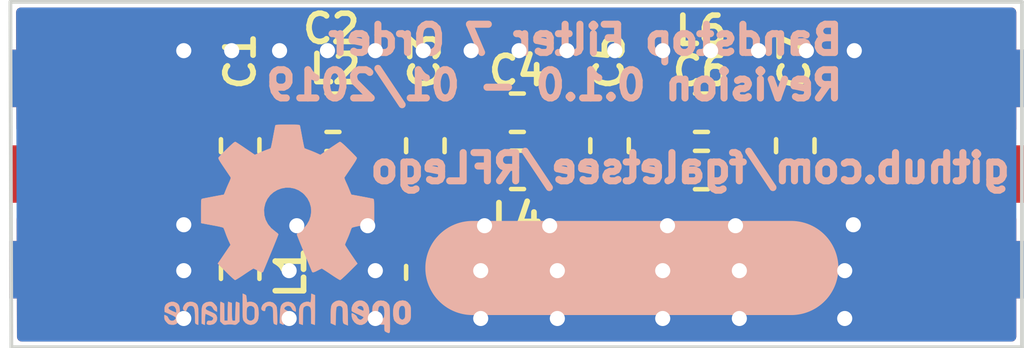
<source format=kicad_pcb>
(kicad_pcb (version 20171130) (host pcbnew "(5.0.1-3-g963ef8bb5)")

  (general
    (thickness 1.6)
    (drawings 7)
    (tracks 68)
    (zones 0)
    (modules 17)
    (nets 10)
  )

  (page A4)
  (layers
    (0 F.Cu signal)
    (31 B.Cu signal)
    (32 B.Adhes user)
    (33 F.Adhes user)
    (34 B.Paste user hide)
    (35 F.Paste user)
    (36 B.SilkS user hide)
    (37 F.SilkS user hide)
    (38 B.Mask user)
    (39 F.Mask user)
    (40 Dwgs.User user)
    (41 Cmts.User user)
    (42 Eco1.User user)
    (43 Eco2.User user)
    (44 Edge.Cuts user)
    (45 Margin user)
    (46 B.CrtYd user)
    (47 F.CrtYd user)
    (48 B.Fab user)
    (49 F.Fab user hide)
  )

  (setup
    (last_trace_width 0.25)
    (trace_clearance 0.2)
    (zone_clearance 0.1)
    (zone_45_only no)
    (trace_min 0.2)
    (segment_width 2.5)
    (edge_width 0.1)
    (via_size 0.8)
    (via_drill 0.4)
    (via_min_size 0.4)
    (via_min_drill 0.3)
    (uvia_size 0.8)
    (uvia_drill 0.4)
    (uvias_allowed no)
    (uvia_min_size 0.2)
    (uvia_min_drill 0.1)
    (pcb_text_width 0.3)
    (pcb_text_size 1.5 1.5)
    (mod_edge_width 0.15)
    (mod_text_size 1 1)
    (mod_text_width 0.15)
    (pad_size 1.5 1.5)
    (pad_drill 0.6)
    (pad_to_mask_clearance 0)
    (solder_mask_min_width 0.25)
    (aux_axis_origin 0 0)
    (grid_origin 103.6828 105.3846)
    (visible_elements FFFFFF7F)
    (pcbplotparams
      (layerselection 0x010fc_ffffffff)
      (usegerberextensions false)
      (usegerberattributes false)
      (usegerberadvancedattributes false)
      (creategerberjobfile false)
      (excludeedgelayer true)
      (linewidth 0.100000)
      (plotframeref false)
      (viasonmask false)
      (mode 1)
      (useauxorigin false)
      (hpglpennumber 1)
      (hpglpenspeed 20)
      (hpglpendiameter 15.000000)
      (psnegative false)
      (psa4output false)
      (plotreference true)
      (plotvalue true)
      (plotinvisibletext false)
      (padsonsilk false)
      (subtractmaskfromsilk false)
      (outputformat 1)
      (mirror false)
      (drillshape 1)
      (scaleselection 1)
      (outputdirectory ""))
  )

  (net 0 "")
  (net 1 "Net-(C1-Pad1)")
  (net 2 "Net-(C1-Pad2)")
  (net 3 "Net-(C2-Pad1)")
  (net 4 "Net-(C3-Pad2)")
  (net 5 "Net-(C4-Pad1)")
  (net 6 "Net-(C5-Pad2)")
  (net 7 "Net-(C6-Pad1)")
  (net 8 "Net-(C7-Pad2)")
  (net 9 GND)

  (net_class Default "This is the default net class."
    (clearance 0.2)
    (trace_width 0.25)
    (via_dia 0.8)
    (via_drill 0.4)
    (uvia_dia 0.8)
    (uvia_drill 0.4)
    (add_net GND)
  )

  (net_class RF ""
    (clearance 0.3)
    (trace_width 1.4)
    (via_dia 0.8)
    (via_drill 0.4)
    (uvia_dia 0.8)
    (uvia_drill 0.4)
    (add_net "Net-(C1-Pad1)")
    (add_net "Net-(C1-Pad2)")
    (add_net "Net-(C2-Pad1)")
    (add_net "Net-(C3-Pad2)")
    (add_net "Net-(C4-Pad1)")
    (add_net "Net-(C5-Pad2)")
    (add_net "Net-(C6-Pad1)")
    (add_net "Net-(C7-Pad2)")
  )

  (module Inductor_SMD:L_0603_1608Metric_Pad1.05x0.95mm_HandSolder (layer F.Cu) (tedit 5C3CA95B) (tstamp 5C55BA46)
    (at 109.75086 103.39956 270)
    (descr "Capacitor SMD 0603 (1608 Metric), square (rectangular) end terminal, IPC_7351 nominal with elongated pad for handsoldering. (Body size source: http://www.tortai-tech.com/upload/download/2011102023233369053.pdf), generated with kicad-footprint-generator")
    (tags "inductor handsolder")
    (path /5C3B2610)
    (attr smd)
    (fp_text reference L1 (at 0.00384 -1.34112 270) (layer F.SilkS)
      (effects (font (size 0.75 0.75) (thickness 0.15)))
    )
    (fp_text value L (at 0 1.43 270) (layer F.Fab)
      (effects (font (size 1 1) (thickness 0.15)))
    )
    (fp_line (start -0.8 0.4) (end -0.8 -0.4) (layer F.Fab) (width 0.1))
    (fp_line (start -0.8 -0.4) (end 0.8 -0.4) (layer F.Fab) (width 0.1))
    (fp_line (start 0.8 -0.4) (end 0.8 0.4) (layer F.Fab) (width 0.1))
    (fp_line (start 0.8 0.4) (end -0.8 0.4) (layer F.Fab) (width 0.1))
    (fp_line (start -0.171267 -0.51) (end 0.171267 -0.51) (layer F.SilkS) (width 0.12))
    (fp_line (start -0.171267 0.51) (end 0.171267 0.51) (layer F.SilkS) (width 0.12))
    (fp_line (start -1.65 0.73) (end -1.65 -0.73) (layer F.CrtYd) (width 0.05))
    (fp_line (start -1.65 -0.73) (end 1.65 -0.73) (layer F.CrtYd) (width 0.05))
    (fp_line (start 1.65 -0.73) (end 1.65 0.73) (layer F.CrtYd) (width 0.05))
    (fp_line (start 1.65 0.73) (end -1.65 0.73) (layer F.CrtYd) (width 0.05))
    (fp_text user %R (at 0 0 270) (layer F.Fab)
      (effects (font (size 0.4 0.4) (thickness 0.06)))
    )
    (pad 1 smd roundrect (at -0.875 0 270) (size 1.05 0.95) (layers F.Cu F.Paste F.Mask) (roundrect_rratio 0.25)
      (net 2 "Net-(C1-Pad2)"))
    (pad 2 smd roundrect (at 0.875 0 270) (size 1.05 0.95) (layers F.Cu F.Paste F.Mask) (roundrect_rratio 0.25)
      (net 9 GND))
    (model ${KISYS3DMOD}/Inductor_SMD.3dshapes/L_0603_1608Metric.wrl
      (at (xyz 0 0 0))
      (scale (xyz 1 1 1))
      (rotate (xyz 0 0 0))
    )
  )

  (module Inductor_SMD:L_0603_1608Metric_Pad1.05x0.95mm_HandSolder (layer F.Cu) (tedit 5C3CA96E) (tstamp 5C55B492)
    (at 112.20834 100.6856)
    (descr "Capacitor SMD 0603 (1608 Metric), square (rectangular) end terminal, IPC_7351 nominal with elongated pad for handsoldering. (Body size source: http://www.tortai-tech.com/upload/download/2011102023233369053.pdf), generated with kicad-footprint-generator")
    (tags "inductor handsolder")
    (path /5C3B2E84)
    (attr smd)
    (fp_text reference L2 (at 0.05966 -2.6924) (layer F.SilkS)
      (effects (font (size 0.75 0.75) (thickness 0.15)))
    )
    (fp_text value L (at 0 1.43) (layer F.Fab)
      (effects (font (size 1 1) (thickness 0.15)))
    )
    (fp_line (start -0.8 0.4) (end -0.8 -0.4) (layer F.Fab) (width 0.1))
    (fp_line (start -0.8 -0.4) (end 0.8 -0.4) (layer F.Fab) (width 0.1))
    (fp_line (start 0.8 -0.4) (end 0.8 0.4) (layer F.Fab) (width 0.1))
    (fp_line (start 0.8 0.4) (end -0.8 0.4) (layer F.Fab) (width 0.1))
    (fp_line (start -0.171267 -0.51) (end 0.171267 -0.51) (layer F.SilkS) (width 0.12))
    (fp_line (start -0.171267 0.51) (end 0.171267 0.51) (layer F.SilkS) (width 0.12))
    (fp_line (start -1.65 0.73) (end -1.65 -0.73) (layer F.CrtYd) (width 0.05))
    (fp_line (start -1.65 -0.73) (end 1.65 -0.73) (layer F.CrtYd) (width 0.05))
    (fp_line (start 1.65 -0.73) (end 1.65 0.73) (layer F.CrtYd) (width 0.05))
    (fp_line (start 1.65 0.73) (end -1.65 0.73) (layer F.CrtYd) (width 0.05))
    (fp_text user %R (at 0 0) (layer F.Fab)
      (effects (font (size 0.4 0.4) (thickness 0.06)))
    )
    (pad 1 smd roundrect (at -0.875 0) (size 1.05 0.95) (layers F.Cu F.Paste F.Mask) (roundrect_rratio 0.25)
      (net 1 "Net-(C1-Pad1)"))
    (pad 2 smd roundrect (at 0.875 0) (size 1.05 0.95) (layers F.Cu F.Paste F.Mask) (roundrect_rratio 0.25)
      (net 3 "Net-(C2-Pad1)"))
    (model ${KISYS3DMOD}/Inductor_SMD.3dshapes/L_0603_1608Metric.wrl
      (at (xyz 0 0 0))
      (scale (xyz 1 1 1))
      (rotate (xyz 0 0 0))
    )
  )

  (module Inductor_SMD:L_0603_1608Metric_Pad1.05x0.95mm_HandSolder (layer F.Cu) (tedit 5C3CA962) (tstamp 5C55B462)
    (at 114.66068 103.39956 270)
    (descr "Capacitor SMD 0603 (1608 Metric), square (rectangular) end terminal, IPC_7351 nominal with elongated pad for handsoldering. (Body size source: http://www.tortai-tech.com/upload/download/2011102023233369053.pdf), generated with kicad-footprint-generator")
    (tags "inductor handsolder")
    (path /5C3B279F)
    (attr smd)
    (fp_text reference L3 (at 0.00384 -1.38176 270) (layer F.SilkS)
      (effects (font (size 0.75 0.75) (thickness 0.15)))
    )
    (fp_text value L (at 0 1.43 270) (layer F.Fab)
      (effects (font (size 1 1) (thickness 0.15)))
    )
    (fp_line (start -0.8 0.4) (end -0.8 -0.4) (layer F.Fab) (width 0.1))
    (fp_line (start -0.8 -0.4) (end 0.8 -0.4) (layer F.Fab) (width 0.1))
    (fp_line (start 0.8 -0.4) (end 0.8 0.4) (layer F.Fab) (width 0.1))
    (fp_line (start 0.8 0.4) (end -0.8 0.4) (layer F.Fab) (width 0.1))
    (fp_line (start -0.171267 -0.51) (end 0.171267 -0.51) (layer F.SilkS) (width 0.12))
    (fp_line (start -0.171267 0.51) (end 0.171267 0.51) (layer F.SilkS) (width 0.12))
    (fp_line (start -1.65 0.73) (end -1.65 -0.73) (layer F.CrtYd) (width 0.05))
    (fp_line (start -1.65 -0.73) (end 1.65 -0.73) (layer F.CrtYd) (width 0.05))
    (fp_line (start 1.65 -0.73) (end 1.65 0.73) (layer F.CrtYd) (width 0.05))
    (fp_line (start 1.65 0.73) (end -1.65 0.73) (layer F.CrtYd) (width 0.05))
    (fp_text user %R (at 0 0 270) (layer F.Fab)
      (effects (font (size 0.4 0.4) (thickness 0.06)))
    )
    (pad 1 smd roundrect (at -0.875 0 270) (size 1.05 0.95) (layers F.Cu F.Paste F.Mask) (roundrect_rratio 0.25)
      (net 4 "Net-(C3-Pad2)"))
    (pad 2 smd roundrect (at 0.875 0 270) (size 1.05 0.95) (layers F.Cu F.Paste F.Mask) (roundrect_rratio 0.25)
      (net 9 GND))
    (model ${KISYS3DMOD}/Inductor_SMD.3dshapes/L_0603_1608Metric.wrl
      (at (xyz 0 0 0))
      (scale (xyz 1 1 1))
      (rotate (xyz 0 0 0))
    )
  )

  (module Inductor_SMD:L_0603_1608Metric_Pad1.05x0.95mm_HandSolder (layer F.Cu) (tedit 5C3CA97B) (tstamp 5C55BB4D)
    (at 117.1054 100.67544)
    (descr "Capacitor SMD 0603 (1608 Metric), square (rectangular) end terminal, IPC_7351 nominal with elongated pad for handsoldering. (Body size source: http://www.tortai-tech.com/upload/download/2011102023233369053.pdf), generated with kicad-footprint-generator")
    (tags "inductor handsolder")
    (path /5C3B35C8)
    (attr smd)
    (fp_text reference L4 (at -0.0114 1.28016) (layer F.SilkS)
      (effects (font (size 0.75 0.75) (thickness 0.15)))
    )
    (fp_text value L (at 0 1.43) (layer F.Fab)
      (effects (font (size 1 1) (thickness 0.15)))
    )
    (fp_text user %R (at 0 0) (layer F.Fab)
      (effects (font (size 0.4 0.4) (thickness 0.06)))
    )
    (fp_line (start 1.65 0.73) (end -1.65 0.73) (layer F.CrtYd) (width 0.05))
    (fp_line (start 1.65 -0.73) (end 1.65 0.73) (layer F.CrtYd) (width 0.05))
    (fp_line (start -1.65 -0.73) (end 1.65 -0.73) (layer F.CrtYd) (width 0.05))
    (fp_line (start -1.65 0.73) (end -1.65 -0.73) (layer F.CrtYd) (width 0.05))
    (fp_line (start -0.171267 0.51) (end 0.171267 0.51) (layer F.SilkS) (width 0.12))
    (fp_line (start -0.171267 -0.51) (end 0.171267 -0.51) (layer F.SilkS) (width 0.12))
    (fp_line (start 0.8 0.4) (end -0.8 0.4) (layer F.Fab) (width 0.1))
    (fp_line (start 0.8 -0.4) (end 0.8 0.4) (layer F.Fab) (width 0.1))
    (fp_line (start -0.8 -0.4) (end 0.8 -0.4) (layer F.Fab) (width 0.1))
    (fp_line (start -0.8 0.4) (end -0.8 -0.4) (layer F.Fab) (width 0.1))
    (pad 2 smd roundrect (at 0.875 0) (size 1.05 0.95) (layers F.Cu F.Paste F.Mask) (roundrect_rratio 0.25)
      (net 5 "Net-(C4-Pad1)"))
    (pad 1 smd roundrect (at -0.875 0) (size 1.05 0.95) (layers F.Cu F.Paste F.Mask) (roundrect_rratio 0.25)
      (net 3 "Net-(C2-Pad1)"))
    (model ${KISYS3DMOD}/Inductor_SMD.3dshapes/L_0603_1608Metric.wrl
      (at (xyz 0 0 0))
      (scale (xyz 1 1 1))
      (rotate (xyz 0 0 0))
    )
  )

  (module Inductor_SMD:L_0603_1608Metric_Pad1.05x0.95mm_HandSolder (layer F.Cu) (tedit 5C3CA983) (tstamp 5C55B5B2)
    (at 119.5451 103.40464 270)
    (descr "Capacitor SMD 0603 (1608 Metric), square (rectangular) end terminal, IPC_7351 nominal with elongated pad for handsoldering. (Body size source: http://www.tortai-tech.com/upload/download/2011102023233369053.pdf), generated with kicad-footprint-generator")
    (tags "inductor handsolder")
    (path /5C3B28DA)
    (attr smd)
    (fp_text reference L5 (at 0.01016 1.3208 270) (layer F.SilkS)
      (effects (font (size 0.75 0.75) (thickness 0.15)))
    )
    (fp_text value L (at 0 1.43 270) (layer F.Fab)
      (effects (font (size 1 1) (thickness 0.15)))
    )
    (fp_line (start -0.8 0.4) (end -0.8 -0.4) (layer F.Fab) (width 0.1))
    (fp_line (start -0.8 -0.4) (end 0.8 -0.4) (layer F.Fab) (width 0.1))
    (fp_line (start 0.8 -0.4) (end 0.8 0.4) (layer F.Fab) (width 0.1))
    (fp_line (start 0.8 0.4) (end -0.8 0.4) (layer F.Fab) (width 0.1))
    (fp_line (start -0.171267 -0.51) (end 0.171267 -0.51) (layer F.SilkS) (width 0.12))
    (fp_line (start -0.171267 0.51) (end 0.171267 0.51) (layer F.SilkS) (width 0.12))
    (fp_line (start -1.65 0.73) (end -1.65 -0.73) (layer F.CrtYd) (width 0.05))
    (fp_line (start -1.65 -0.73) (end 1.65 -0.73) (layer F.CrtYd) (width 0.05))
    (fp_line (start 1.65 -0.73) (end 1.65 0.73) (layer F.CrtYd) (width 0.05))
    (fp_line (start 1.65 0.73) (end -1.65 0.73) (layer F.CrtYd) (width 0.05))
    (fp_text user %R (at 0 0 270) (layer F.Fab)
      (effects (font (size 0.4 0.4) (thickness 0.06)))
    )
    (pad 1 smd roundrect (at -0.875 0 270) (size 1.05 0.95) (layers F.Cu F.Paste F.Mask) (roundrect_rratio 0.25)
      (net 6 "Net-(C5-Pad2)"))
    (pad 2 smd roundrect (at 0.875 0 270) (size 1.05 0.95) (layers F.Cu F.Paste F.Mask) (roundrect_rratio 0.25)
      (net 9 GND))
    (model ${KISYS3DMOD}/Inductor_SMD.3dshapes/L_0603_1608Metric.wrl
      (at (xyz 0 0 0))
      (scale (xyz 1 1 1))
      (rotate (xyz 0 0 0))
    )
  )

  (module Inductor_SMD:L_0603_1608Metric_Pad1.05x0.95mm_HandSolder (layer F.Cu) (tedit 5C3CA98B) (tstamp 5C55BD60)
    (at 121.9822 100.68052)
    (descr "Capacitor SMD 0603 (1608 Metric), square (rectangular) end terminal, IPC_7351 nominal with elongated pad for handsoldering. (Body size source: http://www.tortai-tech.com/upload/download/2011102023233369053.pdf), generated with kicad-footprint-generator")
    (tags "inductor handsolder")
    (path /5C3B38E6)
    (attr smd)
    (fp_text reference L6 (at -0.0114 -3.70332) (layer F.SilkS)
      (effects (font (size 0.75 0.75) (thickness 0.15)))
    )
    (fp_text value L (at 0 1.43) (layer F.Fab)
      (effects (font (size 1 1) (thickness 0.15)))
    )
    (fp_line (start -0.8 0.4) (end -0.8 -0.4) (layer F.Fab) (width 0.1))
    (fp_line (start -0.8 -0.4) (end 0.8 -0.4) (layer F.Fab) (width 0.1))
    (fp_line (start 0.8 -0.4) (end 0.8 0.4) (layer F.Fab) (width 0.1))
    (fp_line (start 0.8 0.4) (end -0.8 0.4) (layer F.Fab) (width 0.1))
    (fp_line (start -0.171267 -0.51) (end 0.171267 -0.51) (layer F.SilkS) (width 0.12))
    (fp_line (start -0.171267 0.51) (end 0.171267 0.51) (layer F.SilkS) (width 0.12))
    (fp_line (start -1.65 0.73) (end -1.65 -0.73) (layer F.CrtYd) (width 0.05))
    (fp_line (start -1.65 -0.73) (end 1.65 -0.73) (layer F.CrtYd) (width 0.05))
    (fp_line (start 1.65 -0.73) (end 1.65 0.73) (layer F.CrtYd) (width 0.05))
    (fp_line (start 1.65 0.73) (end -1.65 0.73) (layer F.CrtYd) (width 0.05))
    (fp_text user %R (at 0 0) (layer F.Fab)
      (effects (font (size 0.4 0.4) (thickness 0.06)))
    )
    (pad 1 smd roundrect (at -0.875 0) (size 1.05 0.95) (layers F.Cu F.Paste F.Mask) (roundrect_rratio 0.25)
      (net 5 "Net-(C4-Pad1)"))
    (pad 2 smd roundrect (at 0.875 0) (size 1.05 0.95) (layers F.Cu F.Paste F.Mask) (roundrect_rratio 0.25)
      (net 7 "Net-(C6-Pad1)"))
    (model ${KISYS3DMOD}/Inductor_SMD.3dshapes/L_0603_1608Metric.wrl
      (at (xyz 0 0 0))
      (scale (xyz 1 1 1))
      (rotate (xyz 0 0 0))
    )
  )

  (module Inductor_SMD:L_0603_1608Metric_Pad1.05x0.95mm_HandSolder (layer F.Cu) (tedit 5C3CA991) (tstamp 5C3CDD71)
    (at 124.47016 103.39702 270)
    (descr "Capacitor SMD 0603 (1608 Metric), square (rectangular) end terminal, IPC_7351 nominal with elongated pad for handsoldering. (Body size source: http://www.tortai-tech.com/upload/download/2011102023233369053.pdf), generated with kicad-footprint-generator")
    (tags "inductor handsolder")
    (path /5C3B2A91)
    (attr smd)
    (fp_text reference L7 (at 0 1.3208 270) (layer F.SilkS)
      (effects (font (size 0.75 0.75) (thickness 0.15)))
    )
    (fp_text value L (at 0 1.43 270) (layer F.Fab)
      (effects (font (size 1 1) (thickness 0.15)))
    )
    (fp_text user %R (at 0 0 270) (layer F.Fab)
      (effects (font (size 0.4 0.4) (thickness 0.06)))
    )
    (fp_line (start 1.65 0.73) (end -1.65 0.73) (layer F.CrtYd) (width 0.05))
    (fp_line (start 1.65 -0.73) (end 1.65 0.73) (layer F.CrtYd) (width 0.05))
    (fp_line (start -1.65 -0.73) (end 1.65 -0.73) (layer F.CrtYd) (width 0.05))
    (fp_line (start -1.65 0.73) (end -1.65 -0.73) (layer F.CrtYd) (width 0.05))
    (fp_line (start -0.171267 0.51) (end 0.171267 0.51) (layer F.SilkS) (width 0.12))
    (fp_line (start -0.171267 -0.51) (end 0.171267 -0.51) (layer F.SilkS) (width 0.12))
    (fp_line (start 0.8 0.4) (end -0.8 0.4) (layer F.Fab) (width 0.1))
    (fp_line (start 0.8 -0.4) (end 0.8 0.4) (layer F.Fab) (width 0.1))
    (fp_line (start -0.8 -0.4) (end 0.8 -0.4) (layer F.Fab) (width 0.1))
    (fp_line (start -0.8 0.4) (end -0.8 -0.4) (layer F.Fab) (width 0.1))
    (pad 2 smd roundrect (at 0.875 0 270) (size 1.05 0.95) (layers F.Cu F.Paste F.Mask) (roundrect_rratio 0.25)
      (net 9 GND))
    (pad 1 smd roundrect (at -0.875 0 270) (size 1.05 0.95) (layers F.Cu F.Paste F.Mask) (roundrect_rratio 0.25)
      (net 8 "Net-(C7-Pad2)"))
    (model ${KISYS3DMOD}/Inductor_SMD.3dshapes/L_0603_1608Metric.wrl
      (at (xyz 0 0 0))
      (scale (xyz 1 1 1))
      (rotate (xyz 0 0 0))
    )
  )

  (module Capacitor_SMD:C_0603_1608Metric_Pad1.05x0.95mm_HandSolder (layer F.Cu) (tedit 5C3CA967) (tstamp 5C3CC52E)
    (at 109.75086 100.03406 270)
    (descr "Capacitor SMD 0603 (1608 Metric), square (rectangular) end terminal, IPC_7351 nominal with elongated pad for handsoldering. (Body size source: http://www.tortai-tech.com/upload/download/2011102023233369053.pdf), generated with kicad-footprint-generator")
    (tags "capacitor handsolder")
    (path /5C3B2278)
    (attr smd)
    (fp_text reference C1 (at -2.24406 -0.00254 90) (layer F.SilkS)
      (effects (font (size 0.75 0.75) (thickness 0.15)))
    )
    (fp_text value C (at 0 1.43 270) (layer F.Fab)
      (effects (font (size 1 1) (thickness 0.15)))
    )
    (fp_line (start -0.8 0.4) (end -0.8 -0.4) (layer F.Fab) (width 0.1))
    (fp_line (start -0.8 -0.4) (end 0.8 -0.4) (layer F.Fab) (width 0.1))
    (fp_line (start 0.8 -0.4) (end 0.8 0.4) (layer F.Fab) (width 0.1))
    (fp_line (start 0.8 0.4) (end -0.8 0.4) (layer F.Fab) (width 0.1))
    (fp_line (start -0.171267 -0.51) (end 0.171267 -0.51) (layer F.SilkS) (width 0.12))
    (fp_line (start -0.171267 0.51) (end 0.171267 0.51) (layer F.SilkS) (width 0.12))
    (fp_line (start -1.65 0.73) (end -1.65 -0.73) (layer F.CrtYd) (width 0.05))
    (fp_line (start -1.65 -0.73) (end 1.65 -0.73) (layer F.CrtYd) (width 0.05))
    (fp_line (start 1.65 -0.73) (end 1.65 0.73) (layer F.CrtYd) (width 0.05))
    (fp_line (start 1.65 0.73) (end -1.65 0.73) (layer F.CrtYd) (width 0.05))
    (fp_text user %R (at 0 0 270) (layer F.Fab)
      (effects (font (size 0.4 0.4) (thickness 0.06)))
    )
    (pad 1 smd roundrect (at -0.875 0 270) (size 1.05 0.95) (layers F.Cu F.Paste F.Mask) (roundrect_rratio 0.25)
      (net 1 "Net-(C1-Pad1)"))
    (pad 2 smd roundrect (at 0.875 0 270) (size 1.05 0.95) (layers F.Cu F.Paste F.Mask) (roundrect_rratio 0.25)
      (net 2 "Net-(C1-Pad2)"))
    (model ${KISYS3DMOD}/Capacitor_SMD.3dshapes/C_0603_1608Metric.wrl
      (at (xyz 0 0 0))
      (scale (xyz 1 1 1))
      (rotate (xyz 0 0 0))
    )
  )

  (module Capacitor_SMD:C_0603_1608Metric_Pad1.05x0.95mm_HandSolder (layer F.Cu) (tedit 5C3CA96B) (tstamp 5C3CA96B)
    (at 112.21082 99.15906 180)
    (descr "Capacitor SMD 0603 (1608 Metric), square (rectangular) end terminal, IPC_7351 nominal with elongated pad for handsoldering. (Body size source: http://www.tortai-tech.com/upload/download/2011102023233369053.pdf), generated with kicad-footprint-generator")
    (tags "capacitor handsolder")
    (path /5C3B2C8E)
    (attr smd)
    (fp_text reference C2 (at 0.04442 2.23266 180) (layer F.SilkS)
      (effects (font (size 0.75 0.75) (thickness 0.15)))
    )
    (fp_text value C (at 0 1.43 180) (layer F.Fab)
      (effects (font (size 1 1) (thickness 0.15)))
    )
    (fp_line (start -0.8 0.4) (end -0.8 -0.4) (layer F.Fab) (width 0.1))
    (fp_line (start -0.8 -0.4) (end 0.8 -0.4) (layer F.Fab) (width 0.1))
    (fp_line (start 0.8 -0.4) (end 0.8 0.4) (layer F.Fab) (width 0.1))
    (fp_line (start 0.8 0.4) (end -0.8 0.4) (layer F.Fab) (width 0.1))
    (fp_line (start -0.171267 -0.51) (end 0.171267 -0.51) (layer F.SilkS) (width 0.12))
    (fp_line (start -0.171267 0.51) (end 0.171267 0.51) (layer F.SilkS) (width 0.12))
    (fp_line (start -1.65 0.73) (end -1.65 -0.73) (layer F.CrtYd) (width 0.05))
    (fp_line (start -1.65 -0.73) (end 1.65 -0.73) (layer F.CrtYd) (width 0.05))
    (fp_line (start 1.65 -0.73) (end 1.65 0.73) (layer F.CrtYd) (width 0.05))
    (fp_line (start 1.65 0.73) (end -1.65 0.73) (layer F.CrtYd) (width 0.05))
    (fp_text user %R (at 0 0 180) (layer F.Fab)
      (effects (font (size 0.4 0.4) (thickness 0.06)))
    )
    (pad 1 smd roundrect (at -0.875 0 180) (size 1.05 0.95) (layers F.Cu F.Paste F.Mask) (roundrect_rratio 0.25)
      (net 3 "Net-(C2-Pad1)"))
    (pad 2 smd roundrect (at 0.875 0 180) (size 1.05 0.95) (layers F.Cu F.Paste F.Mask) (roundrect_rratio 0.25)
      (net 1 "Net-(C1-Pad1)"))
    (model ${KISYS3DMOD}/Capacitor_SMD.3dshapes/C_0603_1608Metric.wrl
      (at (xyz 0 0 0))
      (scale (xyz 1 1 1))
      (rotate (xyz 0 0 0))
    )
  )

  (module Capacitor_SMD:C_0603_1608Metric_Pad1.05x0.95mm_HandSolder (layer F.Cu) (tedit 5C3CA973) (tstamp 5C3CA97B)
    (at 114.66068 100.03406 270)
    (descr "Capacitor SMD 0603 (1608 Metric), square (rectangular) end terminal, IPC_7351 nominal with elongated pad for handsoldering. (Body size source: http://www.tortai-tech.com/upload/download/2011102023233369053.pdf), generated with kicad-footprint-generator")
    (tags "capacitor handsolder")
    (path /5C3B235A)
    (attr smd)
    (fp_text reference C3 (at -2.24406 0.00508 270) (layer F.SilkS)
      (effects (font (size 0.75 0.75) (thickness 0.15)))
    )
    (fp_text value C (at 0 1.43 270) (layer F.Fab)
      (effects (font (size 1 1) (thickness 0.15)))
    )
    (fp_text user %R (at 0 0 270) (layer F.Fab)
      (effects (font (size 0.4 0.4) (thickness 0.06)))
    )
    (fp_line (start 1.65 0.73) (end -1.65 0.73) (layer F.CrtYd) (width 0.05))
    (fp_line (start 1.65 -0.73) (end 1.65 0.73) (layer F.CrtYd) (width 0.05))
    (fp_line (start -1.65 -0.73) (end 1.65 -0.73) (layer F.CrtYd) (width 0.05))
    (fp_line (start -1.65 0.73) (end -1.65 -0.73) (layer F.CrtYd) (width 0.05))
    (fp_line (start -0.171267 0.51) (end 0.171267 0.51) (layer F.SilkS) (width 0.12))
    (fp_line (start -0.171267 -0.51) (end 0.171267 -0.51) (layer F.SilkS) (width 0.12))
    (fp_line (start 0.8 0.4) (end -0.8 0.4) (layer F.Fab) (width 0.1))
    (fp_line (start 0.8 -0.4) (end 0.8 0.4) (layer F.Fab) (width 0.1))
    (fp_line (start -0.8 -0.4) (end 0.8 -0.4) (layer F.Fab) (width 0.1))
    (fp_line (start -0.8 0.4) (end -0.8 -0.4) (layer F.Fab) (width 0.1))
    (pad 2 smd roundrect (at 0.875 0 270) (size 1.05 0.95) (layers F.Cu F.Paste F.Mask) (roundrect_rratio 0.25)
      (net 4 "Net-(C3-Pad2)"))
    (pad 1 smd roundrect (at -0.875 0 270) (size 1.05 0.95) (layers F.Cu F.Paste F.Mask) (roundrect_rratio 0.25)
      (net 3 "Net-(C2-Pad1)"))
    (model ${KISYS3DMOD}/Capacitor_SMD.3dshapes/C_0603_1608Metric.wrl
      (at (xyz 0 0 0))
      (scale (xyz 1 1 1))
      (rotate (xyz 0 0 0))
    )
  )

  (module Capacitor_SMD:C_0603_1608Metric_Pad1.05x0.95mm_HandSolder (layer F.Cu) (tedit 5C3CA977) (tstamp 5C3CA98B)
    (at 117.10032 99.15906 180)
    (descr "Capacitor SMD 0603 (1608 Metric), square (rectangular) end terminal, IPC_7351 nominal with elongated pad for handsoldering. (Body size source: http://www.tortai-tech.com/upload/download/2011102023233369053.pdf), generated with kicad-footprint-generator")
    (tags "capacitor handsolder")
    (path /5C3B3420)
    (attr smd)
    (fp_text reference C4 (at 0.00632 1.11506 180) (layer F.SilkS)
      (effects (font (size 0.75 0.75) (thickness 0.15)))
    )
    (fp_text value C (at 0 1.43 180) (layer F.Fab)
      (effects (font (size 1 1) (thickness 0.15)))
    )
    (fp_text user %R (at 0 0 180) (layer F.Fab)
      (effects (font (size 0.4 0.4) (thickness 0.06)))
    )
    (fp_line (start 1.65 0.73) (end -1.65 0.73) (layer F.CrtYd) (width 0.05))
    (fp_line (start 1.65 -0.73) (end 1.65 0.73) (layer F.CrtYd) (width 0.05))
    (fp_line (start -1.65 -0.73) (end 1.65 -0.73) (layer F.CrtYd) (width 0.05))
    (fp_line (start -1.65 0.73) (end -1.65 -0.73) (layer F.CrtYd) (width 0.05))
    (fp_line (start -0.171267 0.51) (end 0.171267 0.51) (layer F.SilkS) (width 0.12))
    (fp_line (start -0.171267 -0.51) (end 0.171267 -0.51) (layer F.SilkS) (width 0.12))
    (fp_line (start 0.8 0.4) (end -0.8 0.4) (layer F.Fab) (width 0.1))
    (fp_line (start 0.8 -0.4) (end 0.8 0.4) (layer F.Fab) (width 0.1))
    (fp_line (start -0.8 -0.4) (end 0.8 -0.4) (layer F.Fab) (width 0.1))
    (fp_line (start -0.8 0.4) (end -0.8 -0.4) (layer F.Fab) (width 0.1))
    (pad 2 smd roundrect (at 0.875 0 180) (size 1.05 0.95) (layers F.Cu F.Paste F.Mask) (roundrect_rratio 0.25)
      (net 3 "Net-(C2-Pad1)"))
    (pad 1 smd roundrect (at -0.875 0 180) (size 1.05 0.95) (layers F.Cu F.Paste F.Mask) (roundrect_rratio 0.25)
      (net 5 "Net-(C4-Pad1)"))
    (model ${KISYS3DMOD}/Capacitor_SMD.3dshapes/C_0603_1608Metric.wrl
      (at (xyz 0 0 0))
      (scale (xyz 1 1 1))
      (rotate (xyz 0 0 0))
    )
  )

  (module Capacitor_SMD:C_0603_1608Metric_Pad1.05x0.95mm_HandSolder (layer F.Cu) (tedit 5C3CA97F) (tstamp 5C3CA99B)
    (at 119.5451 100.03406 270)
    (descr "Capacitor SMD 0603 (1608 Metric), square (rectangular) end terminal, IPC_7351 nominal with elongated pad for handsoldering. (Body size source: http://www.tortai-tech.com/upload/download/2011102023233369053.pdf), generated with kicad-footprint-generator")
    (tags "capacitor handsolder")
    (path /5C3B23A8)
    (attr smd)
    (fp_text reference C5 (at -2.24406 0.0127 90) (layer F.SilkS)
      (effects (font (size 0.75 0.75) (thickness 0.15)))
    )
    (fp_text value C (at 0 1.43 270) (layer F.Fab)
      (effects (font (size 1 1) (thickness 0.15)))
    )
    (fp_line (start -0.8 0.4) (end -0.8 -0.4) (layer F.Fab) (width 0.1))
    (fp_line (start -0.8 -0.4) (end 0.8 -0.4) (layer F.Fab) (width 0.1))
    (fp_line (start 0.8 -0.4) (end 0.8 0.4) (layer F.Fab) (width 0.1))
    (fp_line (start 0.8 0.4) (end -0.8 0.4) (layer F.Fab) (width 0.1))
    (fp_line (start -0.171267 -0.51) (end 0.171267 -0.51) (layer F.SilkS) (width 0.12))
    (fp_line (start -0.171267 0.51) (end 0.171267 0.51) (layer F.SilkS) (width 0.12))
    (fp_line (start -1.65 0.73) (end -1.65 -0.73) (layer F.CrtYd) (width 0.05))
    (fp_line (start -1.65 -0.73) (end 1.65 -0.73) (layer F.CrtYd) (width 0.05))
    (fp_line (start 1.65 -0.73) (end 1.65 0.73) (layer F.CrtYd) (width 0.05))
    (fp_line (start 1.65 0.73) (end -1.65 0.73) (layer F.CrtYd) (width 0.05))
    (fp_text user %R (at 0 0 270) (layer F.Fab)
      (effects (font (size 0.4 0.4) (thickness 0.06)))
    )
    (pad 1 smd roundrect (at -0.875 0 270) (size 1.05 0.95) (layers F.Cu F.Paste F.Mask) (roundrect_rratio 0.25)
      (net 5 "Net-(C4-Pad1)"))
    (pad 2 smd roundrect (at 0.875 0 270) (size 1.05 0.95) (layers F.Cu F.Paste F.Mask) (roundrect_rratio 0.25)
      (net 6 "Net-(C5-Pad2)"))
    (model ${KISYS3DMOD}/Capacitor_SMD.3dshapes/C_0603_1608Metric.wrl
      (at (xyz 0 0 0))
      (scale (xyz 1 1 1))
      (rotate (xyz 0 0 0))
    )
  )

  (module Capacitor_SMD:C_0603_1608Metric_Pad1.05x0.95mm_HandSolder (layer F.Cu) (tedit 5C3CA987) (tstamp 5C3CA9AB)
    (at 121.9822 99.15906 180)
    (descr "Capacitor SMD 0603 (1608 Metric), square (rectangular) end terminal, IPC_7351 nominal with elongated pad for handsoldering. (Body size source: http://www.tortai-tech.com/upload/download/2011102023233369053.pdf), generated with kicad-footprint-generator")
    (tags "capacitor handsolder")
    (path /5C3B3735)
    (attr smd)
    (fp_text reference C6 (at 0.0114 1.11506 180) (layer F.SilkS)
      (effects (font (size 0.75 0.75) (thickness 0.15)))
    )
    (fp_text value C (at 0 1.43 180) (layer F.Fab)
      (effects (font (size 1 1) (thickness 0.15)))
    )
    (fp_line (start -0.8 0.4) (end -0.8 -0.4) (layer F.Fab) (width 0.1))
    (fp_line (start -0.8 -0.4) (end 0.8 -0.4) (layer F.Fab) (width 0.1))
    (fp_line (start 0.8 -0.4) (end 0.8 0.4) (layer F.Fab) (width 0.1))
    (fp_line (start 0.8 0.4) (end -0.8 0.4) (layer F.Fab) (width 0.1))
    (fp_line (start -0.171267 -0.51) (end 0.171267 -0.51) (layer F.SilkS) (width 0.12))
    (fp_line (start -0.171267 0.51) (end 0.171267 0.51) (layer F.SilkS) (width 0.12))
    (fp_line (start -1.65 0.73) (end -1.65 -0.73) (layer F.CrtYd) (width 0.05))
    (fp_line (start -1.65 -0.73) (end 1.65 -0.73) (layer F.CrtYd) (width 0.05))
    (fp_line (start 1.65 -0.73) (end 1.65 0.73) (layer F.CrtYd) (width 0.05))
    (fp_line (start 1.65 0.73) (end -1.65 0.73) (layer F.CrtYd) (width 0.05))
    (fp_text user %R (at 0 0 180) (layer F.Fab)
      (effects (font (size 0.4 0.4) (thickness 0.06)))
    )
    (pad 1 smd roundrect (at -0.875 0 180) (size 1.05 0.95) (layers F.Cu F.Paste F.Mask) (roundrect_rratio 0.25)
      (net 7 "Net-(C6-Pad1)"))
    (pad 2 smd roundrect (at 0.875 0 180) (size 1.05 0.95) (layers F.Cu F.Paste F.Mask) (roundrect_rratio 0.25)
      (net 5 "Net-(C4-Pad1)"))
    (model ${KISYS3DMOD}/Capacitor_SMD.3dshapes/C_0603_1608Metric.wrl
      (at (xyz 0 0 0))
      (scale (xyz 1 1 1))
      (rotate (xyz 0 0 0))
    )
  )

  (module Capacitor_SMD:C_0603_1608Metric_Pad1.05x0.95mm_HandSolder (layer F.Cu) (tedit 5C3CA98E) (tstamp 5C3CA9BB)
    (at 124.47016 100.03406 270)
    (descr "Capacitor SMD 0603 (1608 Metric), square (rectangular) end terminal, IPC_7351 nominal with elongated pad for handsoldering. (Body size source: http://www.tortai-tech.com/upload/download/2011102023233369053.pdf), generated with kicad-footprint-generator")
    (tags "capacitor handsolder")
    (path /5C3B24A7)
    (attr smd)
    (fp_text reference C7 (at -2.24406 0.01778 90) (layer F.SilkS)
      (effects (font (size 0.75 0.75) (thickness 0.15)))
    )
    (fp_text value C (at 0 1.43 270) (layer F.Fab)
      (effects (font (size 1 1) (thickness 0.15)))
    )
    (fp_text user %R (at 0 0 270) (layer F.Fab)
      (effects (font (size 0.4 0.4) (thickness 0.06)))
    )
    (fp_line (start 1.65 0.73) (end -1.65 0.73) (layer F.CrtYd) (width 0.05))
    (fp_line (start 1.65 -0.73) (end 1.65 0.73) (layer F.CrtYd) (width 0.05))
    (fp_line (start -1.65 -0.73) (end 1.65 -0.73) (layer F.CrtYd) (width 0.05))
    (fp_line (start -1.65 0.73) (end -1.65 -0.73) (layer F.CrtYd) (width 0.05))
    (fp_line (start -0.171267 0.51) (end 0.171267 0.51) (layer F.SilkS) (width 0.12))
    (fp_line (start -0.171267 -0.51) (end 0.171267 -0.51) (layer F.SilkS) (width 0.12))
    (fp_line (start 0.8 0.4) (end -0.8 0.4) (layer F.Fab) (width 0.1))
    (fp_line (start 0.8 -0.4) (end 0.8 0.4) (layer F.Fab) (width 0.1))
    (fp_line (start -0.8 -0.4) (end 0.8 -0.4) (layer F.Fab) (width 0.1))
    (fp_line (start -0.8 0.4) (end -0.8 -0.4) (layer F.Fab) (width 0.1))
    (pad 2 smd roundrect (at 0.875 0 270) (size 1.05 0.95) (layers F.Cu F.Paste F.Mask) (roundrect_rratio 0.25)
      (net 8 "Net-(C7-Pad2)"))
    (pad 1 smd roundrect (at -0.875 0 270) (size 1.05 0.95) (layers F.Cu F.Paste F.Mask) (roundrect_rratio 0.25)
      (net 7 "Net-(C6-Pad1)"))
    (model ${KISYS3DMOD}/Capacitor_SMD.3dshapes/C_0603_1608Metric.wrl
      (at (xyz 0 0 0))
      (scale (xyz 1 1 1))
      (rotate (xyz 0 0 0))
    )
  )

  (module RFLego_Footprint:SMA_Edge (layer F.Cu) (tedit 5C3CA862) (tstamp 5C3CA9D3)
    (at 103.632 100.7872)
    (path /5C3B20C2)
    (fp_text reference J1 (at 2.1336 4.6482) (layer F.SilkS) hide
      (effects (font (size 1 1) (thickness 0.15)))
    )
    (fp_text value SMA (at 1.27 6.35) (layer F.Fab) hide
      (effects (font (size 1 1) (thickness 0.15)))
    )
    (pad 1 smd rect (at 2.032 0) (size 4.064 1.524) (layers F.Cu F.Mask)
      (net 1 "Net-(C1-Pad1)"))
    (pad 2 smd rect (at 2.032 -2.54) (size 4.064 1.524) (layers F.Cu F.Mask)
      (net 9 GND))
    (pad 2 smd rect (at 2.032 2.54) (size 4.064 1.524) (layers B.Cu B.Mask)
      (net 9 GND))
    (pad 2 smd rect (at 2.032 -2.54) (size 4.064 1.524) (layers B.Cu B.Mask)
      (net 9 GND))
    (pad 2 smd rect (at 2.032 2.54) (size 4.064 1.524) (layers F.Cu F.Mask)
      (net 9 GND))
  )

  (module RFLego_Footprint:SMA_Edge (layer F.Cu) (tedit 5C3CA868) (tstamp 5C3CAE00)
    (at 126.492 100.7872)
    (path /5C3B215D)
    (fp_text reference J2 (at 2.1336 4.6482) (layer F.SilkS) hide
      (effects (font (size 1 1) (thickness 0.15)))
    )
    (fp_text value SMA (at 1.27 6.35) (layer F.Fab) hide
      (effects (font (size 1 1) (thickness 0.15)))
    )
    (pad 2 smd rect (at 2.032 2.54) (size 4.064 1.524) (layers F.Cu F.Mask)
      (net 9 GND))
    (pad 2 smd rect (at 2.032 -2.54) (size 4.064 1.524) (layers B.Cu B.Mask)
      (net 9 GND))
    (pad 2 smd rect (at 2.032 2.54) (size 4.064 1.524) (layers B.Cu B.Mask)
      (net 9 GND))
    (pad 2 smd rect (at 2.032 -2.54) (size 4.064 1.524) (layers F.Cu F.Mask)
      (net 9 GND))
    (pad 1 smd rect (at 2.032 0) (size 4.064 1.524) (layers F.Cu F.Mask)
      (net 7 "Net-(C6-Pad1)"))
  )

  (module Symbol:OSHW-Logo2_7.3x6mm_SilkScreen (layer B.Cu) (tedit 0) (tstamp 5C3CC28E)
    (at 111.00816 102.235 180)
    (descr "Open Source Hardware Symbol")
    (tags "Logo Symbol OSHW")
    (attr virtual)
    (fp_text reference REF** (at 0 0 180) (layer B.SilkS) hide
      (effects (font (size 1 1) (thickness 0.15)) (justify mirror))
    )
    (fp_text value OSHW-Logo2_7.3x6mm_SilkScreen (at 0.75 0 180) (layer B.Fab) hide
      (effects (font (size 1 1) (thickness 0.15)) (justify mirror))
    )
    (fp_poly (pts (xy 0.10391 2.757652) (xy 0.182454 2.757222) (xy 0.239298 2.756058) (xy 0.278105 2.753793)
      (xy 0.302538 2.75006) (xy 0.316262 2.744494) (xy 0.32294 2.736727) (xy 0.326236 2.726395)
      (xy 0.326556 2.725057) (xy 0.331562 2.700921) (xy 0.340829 2.653299) (xy 0.353392 2.587259)
      (xy 0.368287 2.507872) (xy 0.384551 2.420204) (xy 0.385119 2.417125) (xy 0.40141 2.331211)
      (xy 0.416652 2.255304) (xy 0.429861 2.193955) (xy 0.440054 2.151718) (xy 0.446248 2.133145)
      (xy 0.446543 2.132816) (xy 0.464788 2.123747) (xy 0.502405 2.108633) (xy 0.551271 2.090738)
      (xy 0.551543 2.090642) (xy 0.613093 2.067507) (xy 0.685657 2.038035) (xy 0.754057 2.008403)
      (xy 0.757294 2.006938) (xy 0.868702 1.956374) (xy 1.115399 2.12484) (xy 1.191077 2.176197)
      (xy 1.259631 2.222111) (xy 1.317088 2.25997) (xy 1.359476 2.287163) (xy 1.382825 2.301079)
      (xy 1.385042 2.302111) (xy 1.40201 2.297516) (xy 1.433701 2.275345) (xy 1.481352 2.234553)
      (xy 1.546198 2.174095) (xy 1.612397 2.109773) (xy 1.676214 2.046388) (xy 1.733329 1.988549)
      (xy 1.780305 1.939825) (xy 1.813703 1.90379) (xy 1.830085 1.884016) (xy 1.830694 1.882998)
      (xy 1.832505 1.869428) (xy 1.825683 1.847267) (xy 1.80854 1.813522) (xy 1.779393 1.7652)
      (xy 1.736555 1.699308) (xy 1.679448 1.614483) (xy 1.628766 1.539823) (xy 1.583461 1.47286)
      (xy 1.54615 1.417484) (xy 1.519452 1.37758) (xy 1.505985 1.357038) (xy 1.505137 1.355644)
      (xy 1.506781 1.335962) (xy 1.519245 1.297707) (xy 1.540048 1.248111) (xy 1.547462 1.232272)
      (xy 1.579814 1.16171) (xy 1.614328 1.081647) (xy 1.642365 1.012371) (xy 1.662568 0.960955)
      (xy 1.678615 0.921881) (xy 1.687888 0.901459) (xy 1.689041 0.899886) (xy 1.706096 0.897279)
      (xy 1.746298 0.890137) (xy 1.804302 0.879477) (xy 1.874763 0.866315) (xy 1.952335 0.851667)
      (xy 2.031672 0.836551) (xy 2.107431 0.821982) (xy 2.174264 0.808978) (xy 2.226828 0.798555)
      (xy 2.259776 0.79173) (xy 2.267857 0.789801) (xy 2.276205 0.785038) (xy 2.282506 0.774282)
      (xy 2.287045 0.753902) (xy 2.290104 0.720266) (xy 2.291967 0.669745) (xy 2.292918 0.598708)
      (xy 2.29324 0.503524) (xy 2.293257 0.464508) (xy 2.293257 0.147201) (xy 2.217057 0.132161)
      (xy 2.174663 0.124005) (xy 2.1114 0.112101) (xy 2.034962 0.097884) (xy 1.953043 0.08279)
      (xy 1.9304 0.078645) (xy 1.854806 0.063947) (xy 1.788953 0.049495) (xy 1.738366 0.036625)
      (xy 1.708574 0.026678) (xy 1.703612 0.023713) (xy 1.691426 0.002717) (xy 1.673953 -0.037967)
      (xy 1.654577 -0.090322) (xy 1.650734 -0.1016) (xy 1.625339 -0.171523) (xy 1.593817 -0.250418)
      (xy 1.562969 -0.321266) (xy 1.562817 -0.321595) (xy 1.511447 -0.432733) (xy 1.680399 -0.681253)
      (xy 1.849352 -0.929772) (xy 1.632429 -1.147058) (xy 1.566819 -1.211726) (xy 1.506979 -1.268733)
      (xy 1.456267 -1.315033) (xy 1.418046 -1.347584) (xy 1.395675 -1.363343) (xy 1.392466 -1.364343)
      (xy 1.373626 -1.356469) (xy 1.33518 -1.334578) (xy 1.28133 -1.301267) (xy 1.216276 -1.259131)
      (xy 1.14594 -1.211943) (xy 1.074555 -1.16381) (xy 1.010908 -1.121928) (xy 0.959041 -1.088871)
      (xy 0.922995 -1.067218) (xy 0.906867 -1.059543) (xy 0.887189 -1.066037) (xy 0.849875 -1.08315)
      (xy 0.802621 -1.107326) (xy 0.797612 -1.110013) (xy 0.733977 -1.141927) (xy 0.690341 -1.157579)
      (xy 0.663202 -1.157745) (xy 0.649057 -1.143204) (xy 0.648975 -1.143) (xy 0.641905 -1.125779)
      (xy 0.625042 -1.084899) (xy 0.599695 -1.023525) (xy 0.567171 -0.944819) (xy 0.528778 -0.851947)
      (xy 0.485822 -0.748072) (xy 0.444222 -0.647502) (xy 0.398504 -0.536516) (xy 0.356526 -0.433703)
      (xy 0.319548 -0.342215) (xy 0.288827 -0.265201) (xy 0.265622 -0.205815) (xy 0.25119 -0.167209)
      (xy 0.246743 -0.1528) (xy 0.257896 -0.136272) (xy 0.287069 -0.10993) (xy 0.325971 -0.080887)
      (xy 0.436757 0.010961) (xy 0.523351 0.116241) (xy 0.584716 0.232734) (xy 0.619815 0.358224)
      (xy 0.627608 0.490493) (xy 0.621943 0.551543) (xy 0.591078 0.678205) (xy 0.53792 0.790059)
      (xy 0.465767 0.885999) (xy 0.377917 0.964924) (xy 0.277665 1.02573) (xy 0.16831 1.067313)
      (xy 0.053147 1.088572) (xy -0.064525 1.088401) (xy -0.18141 1.065699) (xy -0.294211 1.019362)
      (xy -0.399631 0.948287) (xy -0.443632 0.908089) (xy -0.528021 0.804871) (xy -0.586778 0.692075)
      (xy -0.620296 0.57299) (xy -0.628965 0.450905) (xy -0.613177 0.329107) (xy -0.573322 0.210884)
      (xy -0.509793 0.099525) (xy -0.422979 -0.001684) (xy -0.325971 -0.080887) (xy -0.285563 -0.111162)
      (xy -0.257018 -0.137219) (xy -0.246743 -0.152825) (xy -0.252123 -0.169843) (xy -0.267425 -0.2105)
      (xy -0.291388 -0.271642) (xy -0.322756 -0.350119) (xy -0.360268 -0.44278) (xy -0.402667 -0.546472)
      (xy -0.444337 -0.647526) (xy -0.49031 -0.758607) (xy -0.532893 -0.861541) (xy -0.570779 -0.953165)
      (xy -0.60266 -1.030316) (xy -0.627229 -1.089831) (xy -0.64318 -1.128544) (xy -0.64909 -1.143)
      (xy -0.663052 -1.157685) (xy -0.69006 -1.157642) (xy -0.733587 -1.142099) (xy -0.79711 -1.110284)
      (xy -0.797612 -1.110013) (xy -0.84544 -1.085323) (xy -0.884103 -1.067338) (xy -0.905905 -1.059614)
      (xy -0.906867 -1.059543) (xy -0.923279 -1.067378) (xy -0.959513 -1.089165) (xy -1.011526 -1.122328)
      (xy -1.075275 -1.164291) (xy -1.14594 -1.211943) (xy -1.217884 -1.260191) (xy -1.282726 -1.302151)
      (xy -1.336265 -1.335227) (xy -1.374303 -1.356821) (xy -1.392467 -1.364343) (xy -1.409192 -1.354457)
      (xy -1.44282 -1.326826) (xy -1.48999 -1.284495) (xy -1.547342 -1.230505) (xy -1.611516 -1.167899)
      (xy -1.632503 -1.146983) (xy -1.849501 -0.929623) (xy -1.684332 -0.68722) (xy -1.634136 -0.612781)
      (xy -1.590081 -0.545972) (xy -1.554638 -0.490665) (xy -1.530281 -0.450729) (xy -1.519478 -0.430036)
      (xy -1.519162 -0.428563) (xy -1.524857 -0.409058) (xy -1.540174 -0.369822) (xy -1.562463 -0.31743)
      (xy -1.578107 -0.282355) (xy -1.607359 -0.215201) (xy -1.634906 -0.147358) (xy -1.656263 -0.090034)
      (xy -1.662065 -0.072572) (xy -1.678548 -0.025938) (xy -1.69466 0.010095) (xy -1.70351 0.023713)
      (xy -1.72304 0.032048) (xy -1.765666 0.043863) (xy -1.825855 0.057819) (xy -1.898078 0.072578)
      (xy -1.9304 0.078645) (xy -2.012478 0.093727) (xy -2.091205 0.108331) (xy -2.158891 0.12102)
      (xy -2.20784 0.130358) (xy -2.217057 0.132161) (xy -2.293257 0.147201) (xy -2.293257 0.464508)
      (xy -2.293086 0.568846) (xy -2.292384 0.647787) (xy -2.290866 0.704962) (xy -2.288251 0.744001)
      (xy -2.284254 0.768535) (xy -2.278591 0.782195) (xy -2.27098 0.788611) (xy -2.267857 0.789801)
      (xy -2.249022 0.79402) (xy -2.207412 0.802438) (xy -2.14837 0.814039) (xy -2.077243 0.827805)
      (xy -1.999375 0.84272) (xy -1.920113 0.857768) (xy -1.844802 0.871931) (xy -1.778787 0.884194)
      (xy -1.727413 0.893539) (xy -1.696025 0.89895) (xy -1.689041 0.899886) (xy -1.682715 0.912404)
      (xy -1.66871 0.945754) (xy -1.649645 0.993623) (xy -1.642366 1.012371) (xy -1.613004 1.084805)
      (xy -1.578429 1.16483) (xy -1.547463 1.232272) (xy -1.524677 1.283841) (xy -1.509518 1.326215)
      (xy -1.504458 1.352166) (xy -1.505264 1.355644) (xy -1.515959 1.372064) (xy -1.54038 1.408583)
      (xy -1.575905 1.461313) (xy -1.619913 1.526365) (xy -1.669783 1.599849) (xy -1.679644 1.614355)
      (xy -1.737508 1.700296) (xy -1.780044 1.765739) (xy -1.808946 1.813696) (xy -1.82591 1.84718)
      (xy -1.832633 1.869205) (xy -1.83081 1.882783) (xy -1.830764 1.882869) (xy -1.816414 1.900703)
      (xy -1.784677 1.935183) (xy -1.73899 1.982732) (xy -1.682796 2.039778) (xy -1.619532 2.102745)
      (xy -1.612398 2.109773) (xy -1.53267 2.18698) (xy -1.471143 2.24367) (xy -1.426579 2.28089)
      (xy -1.397743 2.299685) (xy -1.385042 2.302111) (xy -1.366506 2.291529) (xy -1.328039 2.267084)
      (xy -1.273614 2.231388) (xy -1.207202 2.187053) (xy -1.132775 2.136689) (xy -1.115399 2.12484)
      (xy -0.868703 1.956374) (xy -0.757294 2.006938) (xy -0.689543 2.036405) (xy -0.616817 2.066041)
      (xy -0.554297 2.08967) (xy -0.551543 2.090642) (xy -0.50264 2.108543) (xy -0.464943 2.12368)
      (xy -0.446575 2.13279) (xy -0.446544 2.132816) (xy -0.440715 2.149283) (xy -0.430808 2.189781)
      (xy -0.417805 2.249758) (xy -0.402691 2.32466) (xy -0.386448 2.409936) (xy -0.385119 2.417125)
      (xy -0.368825 2.504986) (xy -0.353867 2.58474) (xy -0.341209 2.651319) (xy -0.331814 2.699653)
      (xy -0.326646 2.724675) (xy -0.326556 2.725057) (xy -0.323411 2.735701) (xy -0.317296 2.743738)
      (xy -0.304547 2.749533) (xy -0.2815 2.753453) (xy -0.244491 2.755865) (xy -0.189856 2.757135)
      (xy -0.113933 2.757629) (xy -0.013056 2.757714) (xy 0 2.757714) (xy 0.10391 2.757652)) (layer B.SilkS) (width 0.01))
    (fp_poly (pts (xy 3.153595 -1.966966) (xy 3.211021 -2.004497) (xy 3.238719 -2.038096) (xy 3.260662 -2.099064)
      (xy 3.262405 -2.147308) (xy 3.258457 -2.211816) (xy 3.109686 -2.276934) (xy 3.037349 -2.310202)
      (xy 2.990084 -2.336964) (xy 2.965507 -2.360144) (xy 2.961237 -2.382667) (xy 2.974889 -2.407455)
      (xy 2.989943 -2.423886) (xy 3.033746 -2.450235) (xy 3.081389 -2.452081) (xy 3.125145 -2.431546)
      (xy 3.157289 -2.390752) (xy 3.163038 -2.376347) (xy 3.190576 -2.331356) (xy 3.222258 -2.312182)
      (xy 3.265714 -2.295779) (xy 3.265714 -2.357966) (xy 3.261872 -2.400283) (xy 3.246823 -2.435969)
      (xy 3.21528 -2.476943) (xy 3.210592 -2.482267) (xy 3.175506 -2.51872) (xy 3.145347 -2.538283)
      (xy 3.107615 -2.547283) (xy 3.076335 -2.55023) (xy 3.020385 -2.550965) (xy 2.980555 -2.54166)
      (xy 2.955708 -2.527846) (xy 2.916656 -2.497467) (xy 2.889625 -2.464613) (xy 2.872517 -2.423294)
      (xy 2.863238 -2.367521) (xy 2.859693 -2.291305) (xy 2.85941 -2.252622) (xy 2.860372 -2.206247)
      (xy 2.948007 -2.206247) (xy 2.949023 -2.231126) (xy 2.951556 -2.2352) (xy 2.968274 -2.229665)
      (xy 3.004249 -2.215017) (xy 3.052331 -2.19419) (xy 3.062386 -2.189714) (xy 3.123152 -2.158814)
      (xy 3.156632 -2.131657) (xy 3.16399 -2.10622) (xy 3.146391 -2.080481) (xy 3.131856 -2.069109)
      (xy 3.07941 -2.046364) (xy 3.030322 -2.050122) (xy 2.989227 -2.077884) (xy 2.960758 -2.127152)
      (xy 2.951631 -2.166257) (xy 2.948007 -2.206247) (xy 2.860372 -2.206247) (xy 2.861285 -2.162249)
      (xy 2.868196 -2.095384) (xy 2.881884 -2.046695) (xy 2.904096 -2.010849) (xy 2.936574 -1.982513)
      (xy 2.950733 -1.973355) (xy 3.015053 -1.949507) (xy 3.085473 -1.948006) (xy 3.153595 -1.966966)) (layer B.SilkS) (width 0.01))
    (fp_poly (pts (xy 2.6526 -1.958752) (xy 2.669948 -1.966334) (xy 2.711356 -1.999128) (xy 2.746765 -2.046547)
      (xy 2.768664 -2.097151) (xy 2.772229 -2.122098) (xy 2.760279 -2.156927) (xy 2.734067 -2.175357)
      (xy 2.705964 -2.186516) (xy 2.693095 -2.188572) (xy 2.686829 -2.173649) (xy 2.674456 -2.141175)
      (xy 2.669028 -2.126502) (xy 2.63859 -2.075744) (xy 2.59452 -2.050427) (xy 2.53801 -2.051206)
      (xy 2.533825 -2.052203) (xy 2.503655 -2.066507) (xy 2.481476 -2.094393) (xy 2.466327 -2.139287)
      (xy 2.45725 -2.204615) (xy 2.453286 -2.293804) (xy 2.452914 -2.341261) (xy 2.45273 -2.416071)
      (xy 2.451522 -2.467069) (xy 2.448309 -2.499471) (xy 2.442109 -2.518495) (xy 2.43194 -2.529356)
      (xy 2.416819 -2.537272) (xy 2.415946 -2.53767) (xy 2.386828 -2.549981) (xy 2.372403 -2.554514)
      (xy 2.370186 -2.540809) (xy 2.368289 -2.502925) (xy 2.366847 -2.445715) (xy 2.365998 -2.374027)
      (xy 2.365829 -2.321565) (xy 2.366692 -2.220047) (xy 2.37007 -2.143032) (xy 2.377142 -2.086023)
      (xy 2.389088 -2.044526) (xy 2.40709 -2.014043) (xy 2.432327 -1.99008) (xy 2.457247 -1.973355)
      (xy 2.517171 -1.951097) (xy 2.586911 -1.946076) (xy 2.6526 -1.958752)) (layer B.SilkS) (width 0.01))
    (fp_poly (pts (xy 2.144876 -1.956335) (xy 2.186667 -1.975344) (xy 2.219469 -1.998378) (xy 2.243503 -2.024133)
      (xy 2.260097 -2.057358) (xy 2.270577 -2.1028) (xy 2.276271 -2.165207) (xy 2.278507 -2.249327)
      (xy 2.278743 -2.304721) (xy 2.278743 -2.520826) (xy 2.241774 -2.53767) (xy 2.212656 -2.549981)
      (xy 2.198231 -2.554514) (xy 2.195472 -2.541025) (xy 2.193282 -2.504653) (xy 2.191942 -2.451542)
      (xy 2.191657 -2.409372) (xy 2.190434 -2.348447) (xy 2.187136 -2.300115) (xy 2.182321 -2.270518)
      (xy 2.178496 -2.264229) (xy 2.152783 -2.270652) (xy 2.112418 -2.287125) (xy 2.065679 -2.309458)
      (xy 2.020845 -2.333457) (xy 1.986193 -2.35493) (xy 1.970002 -2.369685) (xy 1.969938 -2.369845)
      (xy 1.97133 -2.397152) (xy 1.983818 -2.423219) (xy 2.005743 -2.444392) (xy 2.037743 -2.451474)
      (xy 2.065092 -2.450649) (xy 2.103826 -2.450042) (xy 2.124158 -2.459116) (xy 2.136369 -2.483092)
      (xy 2.137909 -2.487613) (xy 2.143203 -2.521806) (xy 2.129047 -2.542568) (xy 2.092148 -2.552462)
      (xy 2.052289 -2.554292) (xy 1.980562 -2.540727) (xy 1.943432 -2.521355) (xy 1.897576 -2.475845)
      (xy 1.873256 -2.419983) (xy 1.871073 -2.360957) (xy 1.891629 -2.305953) (xy 1.922549 -2.271486)
      (xy 1.95342 -2.252189) (xy 2.001942 -2.227759) (xy 2.058485 -2.202985) (xy 2.06791 -2.199199)
      (xy 2.130019 -2.171791) (xy 2.165822 -2.147634) (xy 2.177337 -2.123619) (xy 2.16658 -2.096635)
      (xy 2.148114 -2.075543) (xy 2.104469 -2.049572) (xy 2.056446 -2.047624) (xy 2.012406 -2.067637)
      (xy 1.980709 -2.107551) (xy 1.976549 -2.117848) (xy 1.952327 -2.155724) (xy 1.916965 -2.183842)
      (xy 1.872343 -2.206917) (xy 1.872343 -2.141485) (xy 1.874969 -2.101506) (xy 1.88623 -2.069997)
      (xy 1.911199 -2.036378) (xy 1.935169 -2.010484) (xy 1.972441 -1.973817) (xy 2.001401 -1.954121)
      (xy 2.032505 -1.94622) (xy 2.067713 -1.944914) (xy 2.144876 -1.956335)) (layer B.SilkS) (width 0.01))
    (fp_poly (pts (xy 1.779833 -1.958663) (xy 1.782048 -1.99685) (xy 1.783784 -2.054886) (xy 1.784899 -2.12818)
      (xy 1.785257 -2.205055) (xy 1.785257 -2.465196) (xy 1.739326 -2.511127) (xy 1.707675 -2.539429)
      (xy 1.67989 -2.550893) (xy 1.641915 -2.550168) (xy 1.62684 -2.548321) (xy 1.579726 -2.542948)
      (xy 1.540756 -2.539869) (xy 1.531257 -2.539585) (xy 1.499233 -2.541445) (xy 1.453432 -2.546114)
      (xy 1.435674 -2.548321) (xy 1.392057 -2.551735) (xy 1.362745 -2.54432) (xy 1.33368 -2.521427)
      (xy 1.323188 -2.511127) (xy 1.277257 -2.465196) (xy 1.277257 -1.978602) (xy 1.314226 -1.961758)
      (xy 1.346059 -1.949282) (xy 1.364683 -1.944914) (xy 1.369458 -1.958718) (xy 1.373921 -1.997286)
      (xy 1.377775 -2.056356) (xy 1.380722 -2.131663) (xy 1.382143 -2.195286) (xy 1.386114 -2.445657)
      (xy 1.420759 -2.450556) (xy 1.452268 -2.447131) (xy 1.467708 -2.436041) (xy 1.472023 -2.415308)
      (xy 1.475708 -2.371145) (xy 1.478469 -2.309146) (xy 1.480012 -2.234909) (xy 1.480235 -2.196706)
      (xy 1.480457 -1.976783) (xy 1.526166 -1.960849) (xy 1.558518 -1.950015) (xy 1.576115 -1.944962)
      (xy 1.576623 -1.944914) (xy 1.578388 -1.958648) (xy 1.580329 -1.99673) (xy 1.582282 -2.054482)
      (xy 1.584084 -2.127227) (xy 1.585343 -2.195286) (xy 1.589314 -2.445657) (xy 1.6764 -2.445657)
      (xy 1.680396 -2.21724) (xy 1.684392 -1.988822) (xy 1.726847 -1.966868) (xy 1.758192 -1.951793)
      (xy 1.776744 -1.944951) (xy 1.777279 -1.944914) (xy 1.779833 -1.958663)) (layer B.SilkS) (width 0.01))
    (fp_poly (pts (xy 1.190117 -2.065358) (xy 1.189933 -2.173837) (xy 1.189219 -2.257287) (xy 1.187675 -2.319704)
      (xy 1.185001 -2.365085) (xy 1.180894 -2.397429) (xy 1.175055 -2.420733) (xy 1.167182 -2.438995)
      (xy 1.161221 -2.449418) (xy 1.111855 -2.505945) (xy 1.049264 -2.541377) (xy 0.980013 -2.55409)
      (xy 0.910668 -2.542463) (xy 0.869375 -2.521568) (xy 0.826025 -2.485422) (xy 0.796481 -2.441276)
      (xy 0.778655 -2.383462) (xy 0.770463 -2.306313) (xy 0.769302 -2.249714) (xy 0.769458 -2.245647)
      (xy 0.870857 -2.245647) (xy 0.871476 -2.31055) (xy 0.874314 -2.353514) (xy 0.88084 -2.381622)
      (xy 0.892523 -2.401953) (xy 0.906483 -2.417288) (xy 0.953365 -2.44689) (xy 1.003701 -2.449419)
      (xy 1.051276 -2.424705) (xy 1.054979 -2.421356) (xy 1.070783 -2.403935) (xy 1.080693 -2.383209)
      (xy 1.086058 -2.352362) (xy 1.088228 -2.304577) (xy 1.088571 -2.251748) (xy 1.087827 -2.185381)
      (xy 1.084748 -2.141106) (xy 1.078061 -2.112009) (xy 1.066496 -2.091173) (xy 1.057013 -2.080107)
      (xy 1.01296 -2.052198) (xy 0.962224 -2.048843) (xy 0.913796 -2.070159) (xy 0.90445 -2.078073)
      (xy 0.88854 -2.095647) (xy 0.87861 -2.116587) (xy 0.873278 -2.147782) (xy 0.871163 -2.196122)
      (xy 0.870857 -2.245647) (xy 0.769458 -2.245647) (xy 0.77281 -2.158568) (xy 0.784726 -2.090086)
      (xy 0.807135 -2.0386) (xy 0.842124 -1.998443) (xy 0.869375 -1.977861) (xy 0.918907 -1.955625)
      (xy 0.976316 -1.945304) (xy 1.029682 -1.948067) (xy 1.059543 -1.959212) (xy 1.071261 -1.962383)
      (xy 1.079037 -1.950557) (xy 1.084465 -1.918866) (xy 1.088571 -1.870593) (xy 1.093067 -1.816829)
      (xy 1.099313 -1.784482) (xy 1.110676 -1.765985) (xy 1.130528 -1.75377) (xy 1.143 -1.748362)
      (xy 1.190171 -1.728601) (xy 1.190117 -2.065358)) (layer B.SilkS) (width 0.01))
    (fp_poly (pts (xy 0.529926 -1.949755) (xy 0.595858 -1.974084) (xy 0.649273 -2.017117) (xy 0.670164 -2.047409)
      (xy 0.692939 -2.102994) (xy 0.692466 -2.143186) (xy 0.668562 -2.170217) (xy 0.659717 -2.174813)
      (xy 0.62153 -2.189144) (xy 0.602028 -2.185472) (xy 0.595422 -2.161407) (xy 0.595086 -2.148114)
      (xy 0.582992 -2.09921) (xy 0.551471 -2.064999) (xy 0.507659 -2.048476) (xy 0.458695 -2.052634)
      (xy 0.418894 -2.074227) (xy 0.40545 -2.086544) (xy 0.395921 -2.101487) (xy 0.389485 -2.124075)
      (xy 0.385317 -2.159328) (xy 0.382597 -2.212266) (xy 0.380502 -2.287907) (xy 0.37996 -2.311857)
      (xy 0.377981 -2.39379) (xy 0.375731 -2.451455) (xy 0.372357 -2.489608) (xy 0.367006 -2.513004)
      (xy 0.358824 -2.526398) (xy 0.346959 -2.534545) (xy 0.339362 -2.538144) (xy 0.307102 -2.550452)
      (xy 0.288111 -2.554514) (xy 0.281836 -2.540948) (xy 0.278006 -2.499934) (xy 0.2766 -2.430999)
      (xy 0.277598 -2.333669) (xy 0.277908 -2.318657) (xy 0.280101 -2.229859) (xy 0.282693 -2.165019)
      (xy 0.286382 -2.119067) (xy 0.291864 -2.086935) (xy 0.299835 -2.063553) (xy 0.310993 -2.043852)
      (xy 0.31683 -2.03541) (xy 0.350296 -1.998057) (xy 0.387727 -1.969003) (xy 0.392309 -1.966467)
      (xy 0.459426 -1.946443) (xy 0.529926 -1.949755)) (layer B.SilkS) (width 0.01))
    (fp_poly (pts (xy 0.039744 -1.950968) (xy 0.096616 -1.972087) (xy 0.097267 -1.972493) (xy 0.13244 -1.99838)
      (xy 0.158407 -2.028633) (xy 0.17667 -2.068058) (xy 0.188732 -2.121462) (xy 0.196096 -2.193651)
      (xy 0.200264 -2.289432) (xy 0.200629 -2.303078) (xy 0.205876 -2.508842) (xy 0.161716 -2.531678)
      (xy 0.129763 -2.54711) (xy 0.11047 -2.554423) (xy 0.109578 -2.554514) (xy 0.106239 -2.541022)
      (xy 0.103587 -2.504626) (xy 0.101956 -2.451452) (xy 0.1016 -2.408393) (xy 0.101592 -2.338641)
      (xy 0.098403 -2.294837) (xy 0.087288 -2.273944) (xy 0.063501 -2.272925) (xy 0.022296 -2.288741)
      (xy -0.039914 -2.317815) (xy -0.085659 -2.341963) (xy -0.109187 -2.362913) (xy -0.116104 -2.385747)
      (xy -0.116114 -2.386877) (xy -0.104701 -2.426212) (xy -0.070908 -2.447462) (xy -0.019191 -2.450539)
      (xy 0.018061 -2.450006) (xy 0.037703 -2.460735) (xy 0.049952 -2.486505) (xy 0.057002 -2.519337)
      (xy 0.046842 -2.537966) (xy 0.043017 -2.540632) (xy 0.007001 -2.55134) (xy -0.043434 -2.552856)
      (xy -0.095374 -2.545759) (xy -0.132178 -2.532788) (xy -0.183062 -2.489585) (xy -0.211986 -2.429446)
      (xy -0.217714 -2.382462) (xy -0.213343 -2.340082) (xy -0.197525 -2.305488) (xy -0.166203 -2.274763)
      (xy -0.115322 -2.24399) (xy -0.040824 -2.209252) (xy -0.036286 -2.207288) (xy 0.030821 -2.176287)
      (xy 0.072232 -2.150862) (xy 0.089981 -2.128014) (xy 0.086107 -2.104745) (xy 0.062643 -2.078056)
      (xy 0.055627 -2.071914) (xy 0.00863 -2.0481) (xy -0.040067 -2.049103) (xy -0.082478 -2.072451)
      (xy -0.110616 -2.115675) (xy -0.113231 -2.12416) (xy -0.138692 -2.165308) (xy -0.170999 -2.185128)
      (xy -0.217714 -2.20477) (xy -0.217714 -2.15395) (xy -0.203504 -2.080082) (xy -0.161325 -2.012327)
      (xy -0.139376 -1.989661) (xy -0.089483 -1.960569) (xy -0.026033 -1.9474) (xy 0.039744 -1.950968)) (layer B.SilkS) (width 0.01))
    (fp_poly (pts (xy -0.624114 -1.851289) (xy -0.619861 -1.910613) (xy -0.614975 -1.945572) (xy -0.608205 -1.96082)
      (xy -0.598298 -1.961015) (xy -0.595086 -1.959195) (xy -0.552356 -1.946015) (xy -0.496773 -1.946785)
      (xy -0.440263 -1.960333) (xy -0.404918 -1.977861) (xy -0.368679 -2.005861) (xy -0.342187 -2.037549)
      (xy -0.324001 -2.077813) (xy -0.312678 -2.131543) (xy -0.306778 -2.203626) (xy -0.304857 -2.298951)
      (xy -0.304823 -2.317237) (xy -0.3048 -2.522646) (xy -0.350509 -2.53858) (xy -0.382973 -2.54942)
      (xy -0.400785 -2.554468) (xy -0.401309 -2.554514) (xy -0.403063 -2.540828) (xy -0.404556 -2.503076)
      (xy -0.405674 -2.446224) (xy -0.406303 -2.375234) (xy -0.4064 -2.332073) (xy -0.406602 -2.246973)
      (xy -0.407642 -2.185981) (xy -0.410169 -2.144177) (xy -0.414836 -2.116642) (xy -0.422293 -2.098456)
      (xy -0.433189 -2.084698) (xy -0.439993 -2.078073) (xy -0.486728 -2.051375) (xy -0.537728 -2.049375)
      (xy -0.583999 -2.071955) (xy -0.592556 -2.080107) (xy -0.605107 -2.095436) (xy -0.613812 -2.113618)
      (xy -0.619369 -2.139909) (xy -0.622474 -2.179562) (xy -0.623824 -2.237832) (xy -0.624114 -2.318173)
      (xy -0.624114 -2.522646) (xy -0.669823 -2.53858) (xy -0.702287 -2.54942) (xy -0.720099 -2.554468)
      (xy -0.720623 -2.554514) (xy -0.721963 -2.540623) (xy -0.723172 -2.501439) (xy -0.724199 -2.4407)
      (xy -0.724998 -2.362141) (xy -0.725519 -2.269498) (xy -0.725714 -2.166509) (xy -0.725714 -1.769342)
      (xy -0.678543 -1.749444) (xy -0.631371 -1.729547) (xy -0.624114 -1.851289)) (layer B.SilkS) (width 0.01))
    (fp_poly (pts (xy -1.831697 -1.931239) (xy -1.774473 -1.969735) (xy -1.730251 -2.025335) (xy -1.703833 -2.096086)
      (xy -1.69849 -2.148162) (xy -1.699097 -2.169893) (xy -1.704178 -2.186531) (xy -1.718145 -2.201437)
      (xy -1.745411 -2.217973) (xy -1.790388 -2.239498) (xy -1.857489 -2.269374) (xy -1.857829 -2.269524)
      (xy -1.919593 -2.297813) (xy -1.970241 -2.322933) (xy -2.004596 -2.342179) (xy -2.017482 -2.352848)
      (xy -2.017486 -2.352934) (xy -2.006128 -2.376166) (xy -1.979569 -2.401774) (xy -1.949077 -2.420221)
      (xy -1.93363 -2.423886) (xy -1.891485 -2.411212) (xy -1.855192 -2.379471) (xy -1.837483 -2.344572)
      (xy -1.820448 -2.318845) (xy -1.787078 -2.289546) (xy -1.747851 -2.264235) (xy -1.713244 -2.250471)
      (xy -1.706007 -2.249714) (xy -1.697861 -2.26216) (xy -1.69737 -2.293972) (xy -1.703357 -2.336866)
      (xy -1.714643 -2.382558) (xy -1.73005 -2.422761) (xy -1.730829 -2.424322) (xy -1.777196 -2.489062)
      (xy -1.837289 -2.533097) (xy -1.905535 -2.554711) (xy -1.976362 -2.552185) (xy -2.044196 -2.523804)
      (xy -2.047212 -2.521808) (xy -2.100573 -2.473448) (xy -2.13566 -2.410352) (xy -2.155078 -2.327387)
      (xy -2.157684 -2.304078) (xy -2.162299 -2.194055) (xy -2.156767 -2.142748) (xy -2.017486 -2.142748)
      (xy -2.015676 -2.174753) (xy -2.005778 -2.184093) (xy -1.981102 -2.177105) (xy -1.942205 -2.160587)
      (xy -1.898725 -2.139881) (xy -1.897644 -2.139333) (xy -1.860791 -2.119949) (xy -1.846 -2.107013)
      (xy -1.849647 -2.093451) (xy -1.865005 -2.075632) (xy -1.904077 -2.049845) (xy -1.946154 -2.04795)
      (xy -1.983897 -2.066717) (xy -2.009966 -2.102915) (xy -2.017486 -2.142748) (xy -2.156767 -2.142748)
      (xy -2.152806 -2.106027) (xy -2.12845 -2.036212) (xy -2.094544 -1.987302) (xy -2.033347 -1.937878)
      (xy -1.965937 -1.913359) (xy -1.89712 -1.911797) (xy -1.831697 -1.931239)) (layer B.SilkS) (width 0.01))
    (fp_poly (pts (xy -2.958885 -1.921962) (xy -2.890855 -1.957733) (xy -2.840649 -2.015301) (xy -2.822815 -2.052312)
      (xy -2.808937 -2.107882) (xy -2.801833 -2.178096) (xy -2.80116 -2.254727) (xy -2.806573 -2.329552)
      (xy -2.81773 -2.394342) (xy -2.834286 -2.440873) (xy -2.839374 -2.448887) (xy -2.899645 -2.508707)
      (xy -2.971231 -2.544535) (xy -3.048908 -2.55502) (xy -3.127452 -2.53881) (xy -3.149311 -2.529092)
      (xy -3.191878 -2.499143) (xy -3.229237 -2.459433) (xy -3.232768 -2.454397) (xy -3.247119 -2.430124)
      (xy -3.256606 -2.404178) (xy -3.26221 -2.370022) (xy -3.264914 -2.321119) (xy -3.265701 -2.250935)
      (xy -3.265714 -2.2352) (xy -3.265678 -2.230192) (xy -3.120571 -2.230192) (xy -3.119727 -2.29643)
      (xy -3.116404 -2.340386) (xy -3.109417 -2.368779) (xy -3.097584 -2.388325) (xy -3.091543 -2.394857)
      (xy -3.056814 -2.41968) (xy -3.023097 -2.418548) (xy -2.989005 -2.397016) (xy -2.968671 -2.374029)
      (xy -2.956629 -2.340478) (xy -2.949866 -2.287569) (xy -2.949402 -2.281399) (xy -2.948248 -2.185513)
      (xy -2.960312 -2.114299) (xy -2.98543 -2.068194) (xy -3.02344 -2.047635) (xy -3.037008 -2.046514)
      (xy -3.072636 -2.052152) (xy -3.097006 -2.071686) (xy -3.111907 -2.109042) (xy -3.119125 -2.16815)
      (xy -3.120571 -2.230192) (xy -3.265678 -2.230192) (xy -3.265174 -2.160413) (xy -3.262904 -2.108159)
      (xy -3.257932 -2.071949) (xy -3.249287 -2.045299) (xy -3.235995 -2.021722) (xy -3.233057 -2.017338)
      (xy -3.183687 -1.958249) (xy -3.129891 -1.923947) (xy -3.064398 -1.910331) (xy -3.042158 -1.909665)
      (xy -2.958885 -1.921962)) (layer B.SilkS) (width 0.01))
    (fp_poly (pts (xy -1.283907 -1.92778) (xy -1.237328 -1.954723) (xy -1.204943 -1.981466) (xy -1.181258 -2.009484)
      (xy -1.164941 -2.043748) (xy -1.154661 -2.089227) (xy -1.149086 -2.150892) (xy -1.146884 -2.233711)
      (xy -1.146629 -2.293246) (xy -1.146629 -2.512391) (xy -1.208314 -2.540044) (xy -1.27 -2.567697)
      (xy -1.277257 -2.32767) (xy -1.280256 -2.238028) (xy -1.283402 -2.172962) (xy -1.287299 -2.128026)
      (xy -1.292553 -2.09877) (xy -1.299769 -2.080748) (xy -1.30955 -2.069511) (xy -1.312688 -2.067079)
      (xy -1.360239 -2.048083) (xy -1.408303 -2.0556) (xy -1.436914 -2.075543) (xy -1.448553 -2.089675)
      (xy -1.456609 -2.10822) (xy -1.461729 -2.136334) (xy -1.464559 -2.179173) (xy -1.465744 -2.241895)
      (xy -1.465943 -2.307261) (xy -1.465982 -2.389268) (xy -1.467386 -2.447316) (xy -1.472086 -2.486465)
      (xy -1.482013 -2.51178) (xy -1.499097 -2.528323) (xy -1.525268 -2.541156) (xy -1.560225 -2.554491)
      (xy -1.598404 -2.569007) (xy -1.593859 -2.311389) (xy -1.592029 -2.218519) (xy -1.589888 -2.149889)
      (xy -1.586819 -2.100711) (xy -1.582206 -2.066198) (xy -1.575432 -2.041562) (xy -1.565881 -2.022016)
      (xy -1.554366 -2.00477) (xy -1.49881 -1.94968) (xy -1.43102 -1.917822) (xy -1.357287 -1.910191)
      (xy -1.283907 -1.92778)) (layer B.SilkS) (width 0.01))
    (fp_poly (pts (xy -2.400256 -1.919918) (xy -2.344799 -1.947568) (xy -2.295852 -1.99848) (xy -2.282371 -2.017338)
      (xy -2.267686 -2.042015) (xy -2.258158 -2.068816) (xy -2.252707 -2.104587) (xy -2.250253 -2.156169)
      (xy -2.249714 -2.224267) (xy -2.252148 -2.317588) (xy -2.260606 -2.387657) (xy -2.276826 -2.439931)
      (xy -2.302546 -2.479869) (xy -2.339503 -2.512929) (xy -2.342218 -2.514886) (xy -2.37864 -2.534908)
      (xy -2.422498 -2.544815) (xy -2.478276 -2.547257) (xy -2.568952 -2.547257) (xy -2.56899 -2.635283)
      (xy -2.569834 -2.684308) (xy -2.574976 -2.713065) (xy -2.588413 -2.730311) (xy -2.614142 -2.744808)
      (xy -2.620321 -2.747769) (xy -2.649236 -2.761648) (xy -2.671624 -2.770414) (xy -2.688271 -2.771171)
      (xy -2.699964 -2.761023) (xy -2.70749 -2.737073) (xy -2.711634 -2.696426) (xy -2.713185 -2.636186)
      (xy -2.712929 -2.553455) (xy -2.711651 -2.445339) (xy -2.711252 -2.413) (xy -2.709815 -2.301524)
      (xy -2.708528 -2.228603) (xy -2.569029 -2.228603) (xy -2.568245 -2.290499) (xy -2.56476 -2.330997)
      (xy -2.556876 -2.357708) (xy -2.542895 -2.378244) (xy -2.533403 -2.38826) (xy -2.494596 -2.417567)
      (xy -2.460237 -2.419952) (xy -2.424784 -2.39575) (xy -2.423886 -2.394857) (xy -2.409461 -2.376153)
      (xy -2.400687 -2.350732) (xy -2.396261 -2.311584) (xy -2.394882 -2.251697) (xy -2.394857 -2.23843)
      (xy -2.398188 -2.155901) (xy -2.409031 -2.098691) (xy -2.42866 -2.063766) (xy -2.45835 -2.048094)
      (xy -2.475509 -2.046514) (xy -2.516234 -2.053926) (xy -2.544168 -2.07833) (xy -2.560983 -2.12298)
      (xy -2.56835 -2.19113) (xy -2.569029 -2.228603) (xy -2.708528 -2.228603) (xy -2.708292 -2.215245)
      (xy -2.706323 -2.150333) (xy -2.70355 -2.102958) (xy -2.699612 -2.06929) (xy -2.694151 -2.045498)
      (xy -2.686808 -2.027753) (xy -2.677223 -2.012224) (xy -2.673113 -2.006381) (xy -2.618595 -1.951185)
      (xy -2.549664 -1.91989) (xy -2.469928 -1.911165) (xy -2.400256 -1.919918)) (layer B.SilkS) (width 0.01))
  )

  (gr_line (start 124.36348 103.28148) (end 115.91036 103.28148) (layer B.SilkS) (width 2.5))
  (gr_text github.com/fgaletsee/RFLego (at 121.68124 100.62972) (layer B.SilkS)
    (effects (font (size 0.75 0.75) (thickness 0.1875)) (justify mirror))
  )
  (gr_text "Bandstop Filter 7 Order\nRevision 0.1.0 - 01/2019" (at 125.81128 97.82556) (layer B.SilkS)
    (effects (font (size 0.75 0.75) (thickness 0.1875)) (justify left mirror))
  )
  (gr_line (start 103.6828 105.3846) (end 103.6574 96.2152) (layer Edge.Cuts) (width 0.1))
  (gr_line (start 130.4798 105.3846) (end 103.6828 105.3846) (layer Edge.Cuts) (width 0.1))
  (gr_line (start 130.4798 96.2152) (end 130.4798 105.3846) (layer Edge.Cuts) (width 0.1))
  (gr_line (start 103.6574 96.2152) (end 130.4798 96.2152) (layer Edge.Cuts) (width 0.1))

  (segment (start 109.75086 99.15906) (end 111.33582 99.15906) (width 1.4) (layer F.Cu) (net 1) (status 30))
  (segment (start 111.33582 100.68312) (end 111.33334 100.6856) (width 1.4) (layer F.Cu) (net 1) (status 30))
  (segment (start 111.33582 99.15906) (end 111.33582 100.68312) (width 1.4) (layer F.Cu) (net 1) (status 30))
  (segment (start 107.54772 100.7872) (end 109.17586 99.15906) (width 1.4) (layer F.Cu) (net 1))
  (segment (start 109.17586 99.15906) (end 109.75086 99.15906) (width 1.4) (layer F.Cu) (net 1))
  (segment (start 105.664 100.7872) (end 107.54772 100.7872) (width 1.4) (layer F.Cu) (net 1))
  (segment (start 109.75086 102.52456) (end 109.75086 101.507296) (width 1.4) (layer F.Cu) (net 2))
  (segment (start 113.08334 99.16154) (end 113.08582 99.15906) (width 1.4) (layer F.Cu) (net 3) (status 30))
  (segment (start 113.08334 100.6856) (end 113.08334 99.16154) (width 1.4) (layer F.Cu) (net 3) (status 30))
  (segment (start 113.08582 99.15906) (end 114.66068 99.15906) (width 1.4) (layer F.Cu) (net 3) (status 30))
  (segment (start 114.66068 99.15906) (end 116.22532 99.15906) (width 1.4) (layer F.Cu) (net 3) (status 30))
  (segment (start 116.22532 100.67036) (end 116.2304 100.67544) (width 1.4) (layer F.Cu) (net 3) (status 30))
  (segment (start 116.22532 99.15906) (end 116.22532 100.67036) (width 1.4) (layer F.Cu) (net 3) (status 30))
  (segment (start 114.66068 101.512437) (end 114.66195 101.511167) (width 1.4) (layer F.Cu) (net 4))
  (segment (start 114.66068 102.52456) (end 114.66068 101.512437) (width 1.4) (layer F.Cu) (net 4))
  (segment (start 117.9804 99.16414) (end 117.97532 99.15906) (width 1.4) (layer F.Cu) (net 5) (status 30))
  (segment (start 117.9804 100.67544) (end 117.9804 99.16414) (width 1.4) (layer F.Cu) (net 5) (status 30))
  (segment (start 117.97532 99.15906) (end 119.5451 99.15906) (width 1.4) (layer F.Cu) (net 5) (status 30))
  (segment (start 119.5451 99.15906) (end 121.1072 99.15906) (width 1.4) (layer F.Cu) (net 5) (status 30))
  (segment (start 121.1072 99.15906) (end 121.1072 100.68052) (width 1.4) (layer F.Cu) (net 5) (status 30))
  (segment (start 119.5451 102.52964) (end 119.5451 101.522597) (width 1.4) (layer F.Cu) (net 6))
  (segment (start 122.8572 100.68052) (end 122.8572 99.15906) (width 1.4) (layer F.Cu) (net 7))
  (segment (start 122.8572 99.15906) (end 124.47016 99.15906) (width 1.4) (layer F.Cu) (net 7))
  (segment (start 126.839527 100.7872) (end 128.524 100.7872) (width 1.4) (layer F.Cu) (net 7))
  (segment (start 125.211387 99.15906) (end 126.839527 100.7872) (width 1.4) (layer F.Cu) (net 7))
  (segment (start 124.47016 99.15906) (end 125.211387 99.15906) (width 1.4) (layer F.Cu) (net 7))
  (segment (start 124.55721 101.384687) (end 124.55721 100.90906) (width 1.4) (layer F.Cu) (net 8))
  (segment (start 124.47016 101.471737) (end 124.55721 101.384687) (width 1.4) (layer F.Cu) (net 8))
  (segment (start 124.47016 102.52202) (end 124.47016 101.471737) (width 1.4) (layer F.Cu) (net 8))
  (via (at 113.1316 102.1588) (size 0.8) (drill 0.4) (layers F.Cu B.Cu) (net 9))
  (via (at 116.2304 102.1588) (size 0.8) (drill 0.4) (layers F.Cu B.Cu) (net 9))
  (via (at 117.9576 102.1588) (size 0.8) (drill 0.4) (layers F.Cu B.Cu) (net 9))
  (via (at 121.0818 102.1588) (size 0.8) (drill 0.4) (layers F.Cu B.Cu) (net 9))
  (via (at 122.8852 102.1588) (size 0.8) (drill 0.4) (layers F.Cu B.Cu) (net 9))
  (via (at 113.3348 104.6226) (size 0.8) (drill 0.4) (layers F.Cu B.Cu) (net 9))
  (via (at 113.3348 103.3526) (size 0.8) (drill 0.4) (layers F.Cu B.Cu) (net 9))
  (via (at 116.1288 103.3526) (size 0.8) (drill 0.4) (layers F.Cu B.Cu) (net 9))
  (via (at 116.1288 104.6226) (size 0.8) (drill 0.4) (layers F.Cu B.Cu) (net 9))
  (via (at 118.1608 103.3526) (size 0.8) (drill 0.4) (layers F.Cu B.Cu) (net 9))
  (via (at 118.1608 104.6226) (size 0.8) (drill 0.4) (layers F.Cu B.Cu) (net 9))
  (via (at 120.9548 103.3526) (size 0.8) (drill 0.4) (layers F.Cu B.Cu) (net 9))
  (via (at 120.9548 104.6226) (size 0.8) (drill 0.4) (layers F.Cu B.Cu) (net 9))
  (via (at 122.9868 103.3526) (size 0.8) (drill 0.4) (layers F.Cu B.Cu) (net 9))
  (via (at 122.9868 104.6226) (size 0.8) (drill 0.4) (layers F.Cu B.Cu) (net 9))
  (via (at 108.2548 103.3526) (size 0.8) (drill 0.4) (layers F.Cu B.Cu) (net 9))
  (via (at 108.2548 102.1334) (size 0.8) (drill 0.4) (layers F.Cu B.Cu) (net 9))
  (via (at 126.0094 102.1334) (size 0.8) (drill 0.4) (layers F.Cu B.Cu) (net 9))
  (via (at 125.7808 103.3526) (size 0.8) (drill 0.4) (layers F.Cu B.Cu) (net 9))
  (via (at 125.7808 104.6226) (size 0.8) (drill 0.4) (layers F.Cu B.Cu) (net 9))
  (via (at 111.0488 104.6226) (size 0.8) (drill 0.4) (layers F.Cu B.Cu) (net 9))
  (via (at 111.0488 103.3526) (size 0.8) (drill 0.4) (layers F.Cu B.Cu) (net 9))
  (via (at 111.252 102.1588) (size 0.8) (drill 0.4) (layers F.Cu B.Cu) (net 9))
  (via (at 108.2548 97.5106) (size 0.8) (drill 0.4) (layers F.Cu B.Cu) (net 9))
  (via (at 109.5248 97.5106) (size 0.8) (drill 0.4) (layers F.Cu B.Cu) (net 9))
  (via (at 110.7948 97.5106) (size 0.8) (drill 0.4) (layers F.Cu B.Cu) (net 9))
  (via (at 112.0648 97.5106) (size 0.8) (drill 0.4) (layers F.Cu B.Cu) (net 9))
  (via (at 113.3348 97.5106) (size 0.8) (drill 0.4) (layers F.Cu B.Cu) (net 9))
  (via (at 114.6048 97.5106) (size 0.8) (drill 0.4) (layers F.Cu B.Cu) (net 9))
  (via (at 115.8748 97.5106) (size 0.8) (drill 0.4) (layers F.Cu B.Cu) (net 9))
  (via (at 117.1448 97.5106) (size 0.8) (drill 0.4) (layers F.Cu B.Cu) (net 9))
  (via (at 118.4148 97.5106) (size 0.8) (drill 0.4) (layers F.Cu B.Cu) (net 9))
  (via (at 119.6848 97.5106) (size 0.8) (drill 0.4) (layers F.Cu B.Cu) (net 9))
  (via (at 120.9548 97.5106) (size 0.8) (drill 0.4) (layers F.Cu B.Cu) (net 9))
  (via (at 122.2248 97.5106) (size 0.8) (drill 0.4) (layers F.Cu B.Cu) (net 9))
  (via (at 123.4948 97.5106) (size 0.8) (drill 0.4) (layers F.Cu B.Cu) (net 9))
  (via (at 124.7648 97.5106) (size 0.8) (drill 0.4) (layers F.Cu B.Cu) (net 9))
  (via (at 126.0348 97.5106) (size 0.8) (drill 0.4) (layers F.Cu B.Cu) (net 9))
  (via (at 108.2548 104.6226) (size 0.8) (drill 0.4) (layers F.Cu B.Cu) (net 9))

  (zone (net 9) (net_name GND) (layer F.Cu) (tstamp 5C3DA006) (hatch edge 0.508)
    (connect_pads yes (clearance 0.1))
    (min_thickness 0.254)
    (fill yes (arc_segments 16) (thermal_gap 0.508) (thermal_bridge_width 0.508))
    (polygon
      (pts
        (xy 103.6574 96.2152) (xy 130.4798 96.2152) (xy 130.4798 105.3846) (xy 103.759 105.3846) (xy 103.6828 105.3846)
      )
    )
    (filled_polygon
      (pts
        (xy 125.964127 101.505618) (xy 126.027005 101.599722) (xy 126.072766 101.630299) (xy 126.089775 101.715807) (xy 126.18415 101.85705)
        (xy 126.325393 101.951425) (xy 126.492 101.984565) (xy 130.202801 101.984565) (xy 130.202801 105.1076) (xy 103.959033 105.1076)
        (xy 103.950382 101.984565) (xy 107.696 101.984565) (xy 107.862607 101.951425) (xy 108.00385 101.85705) (xy 108.02702 101.822373)
        (xy 108.360242 101.599722) (xy 108.42312 101.505618) (xy 108.646559 101.282179) (xy 108.62386 101.396297) (xy 108.62386 102.635558)
        (xy 108.689249 102.964292) (xy 108.938338 103.337082) (xy 109.311127 103.586171) (xy 109.75086 103.673639) (xy 110.190592 103.586171)
        (xy 110.563382 103.337082) (xy 110.812471 102.964293) (xy 110.87786 102.635559) (xy 110.87786 101.736689) (xy 110.893606 101.74721)
        (xy 111.33334 101.834679) (xy 111.773074 101.74721) (xy 112.051761 101.560997) (xy 112.054238 101.55852) (xy 112.148342 101.495642)
        (xy 112.208752 101.405232) (xy 112.270818 101.498122) (xy 112.643607 101.747211) (xy 113.08334 101.834679) (xy 113.523072 101.747211)
        (xy 113.53368 101.740123) (xy 113.53368 102.635558) (xy 113.599069 102.964292) (xy 113.848158 103.337082) (xy 114.220947 103.586171)
        (xy 114.66068 103.673639) (xy 115.100412 103.586171) (xy 115.473202 103.337082) (xy 115.722291 102.964293) (xy 115.78768 102.635559)
        (xy 115.78768 101.735055) (xy 115.790666 101.73705) (xy 116.230399 101.824519) (xy 116.670134 101.73705) (xy 117.042921 101.487961)
        (xy 117.105399 101.394456) (xy 117.167878 101.487962) (xy 117.540667 101.737051) (xy 117.9804 101.824519) (xy 118.4181 101.737455)
        (xy 118.4181 102.640638) (xy 118.483489 102.969372) (xy 118.732578 103.342162) (xy 119.105367 103.591251) (xy 119.5451 103.678719)
        (xy 119.984832 103.591251) (xy 120.357622 103.342162) (xy 120.606711 102.969373) (xy 120.6721 102.640639) (xy 120.6721 101.743052)
        (xy 121.1072 101.829599) (xy 121.546933 101.742131) (xy 121.919722 101.493042) (xy 121.9822 101.399537) (xy 122.044678 101.493042)
        (xy 122.417467 101.742131) (xy 122.8572 101.829599) (xy 123.296932 101.742131) (xy 123.34316 101.711243) (xy 123.34316 102.633018)
        (xy 123.408549 102.961752) (xy 123.657638 103.334542) (xy 124.030427 103.583631) (xy 124.47016 103.671099) (xy 124.909892 103.583631)
        (xy 125.282682 103.334542) (xy 125.531771 102.961753) (xy 125.59716 102.633019) (xy 125.59716 101.856838) (xy 125.618821 101.82442)
        (xy 125.68421 101.495686) (xy 125.68421 101.495685) (xy 125.706289 101.384688) (xy 125.68421 101.27369) (xy 125.68421 101.225701)
      )
    )
    (filled_polygon
      (pts
        (xy 130.2028 99.589835) (xy 127.23598 99.589835) (xy 126.086787 98.440642) (xy 126.023909 98.346538) (xy 125.65112 98.097449)
        (xy 125.322386 98.03206) (xy 125.322385 98.03206) (xy 125.211387 98.009981) (xy 125.100389 98.03206) (xy 122.968199 98.03206)
        (xy 122.8572 98.009981) (xy 122.746201 98.03206) (xy 122.417467 98.097449) (xy 122.044678 98.346538) (xy 121.9822 98.440043)
        (xy 121.919722 98.346538) (xy 121.546933 98.097449) (xy 121.218199 98.03206) (xy 121.1072 98.009981) (xy 120.996201 98.03206)
        (xy 118.086318 98.03206) (xy 117.97532 98.009981) (xy 117.864322 98.03206) (xy 117.864321 98.03206) (xy 117.535587 98.097449)
        (xy 117.162798 98.346538) (xy 117.10032 98.440043) (xy 117.037842 98.346538) (xy 116.665053 98.097449) (xy 116.336319 98.03206)
        (xy 116.22532 98.009981) (xy 116.114321 98.03206) (xy 113.196817 98.03206) (xy 113.085819 98.009981) (xy 112.974821 98.03206)
        (xy 112.646087 98.097449) (xy 112.273298 98.346538) (xy 112.272304 98.348026) (xy 112.270819 98.349018) (xy 112.210409 98.439428)
        (xy 112.148342 98.346538) (xy 111.775553 98.097449) (xy 111.446819 98.03206) (xy 111.33582 98.009981) (xy 111.224821 98.03206)
        (xy 109.286858 98.03206) (xy 109.17586 98.009981) (xy 109.064862 98.03206) (xy 109.064861 98.03206) (xy 108.736127 98.097449)
        (xy 108.363338 98.346538) (xy 108.30046 98.440642) (xy 107.151267 99.589835) (xy 103.943749 99.589835) (xy 103.935168 96.4922)
        (xy 130.2028 96.4922)
      )
    )
  )
  (zone (net 9) (net_name GND) (layer B.Cu) (tstamp 5C3DA003) (hatch edge 0.508)
    (connect_pads yes (clearance 0.1))
    (min_thickness 0.254)
    (fill yes (arc_segments 16) (thermal_gap 0.508) (thermal_bridge_width 0.508))
    (polygon
      (pts
        (xy 130.4798 105.3846) (xy 103.6828 105.3846) (xy 103.6574 96.2152) (xy 130.4798 96.2152)
      )
    )
    (filled_polygon
      (pts
        (xy 130.202801 105.1076) (xy 103.959033 105.1076) (xy 103.935168 96.4922) (xy 130.2028 96.4922)
      )
    )
  )
)

</source>
